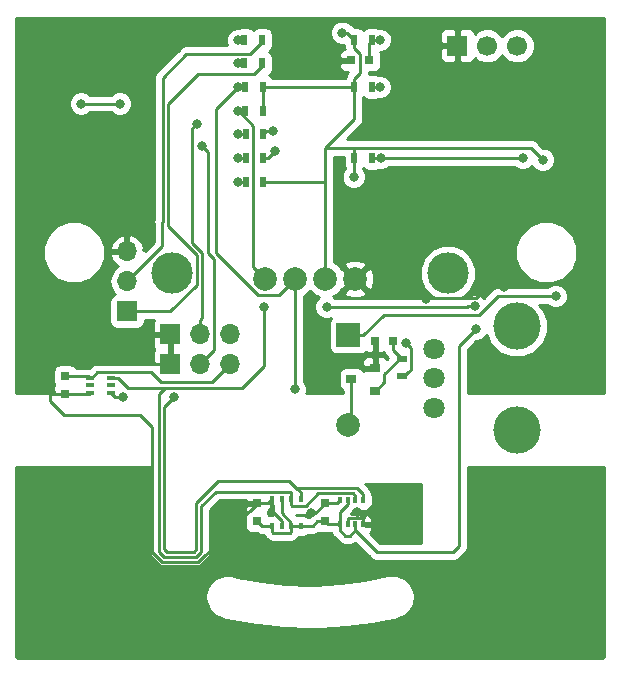
<source format=gbr>
G04 #@! TF.GenerationSoftware,KiCad,Pcbnew,6.0.0-rc1-unknown-59b0f55~66~ubuntu18.04.1*
G04 #@! TF.CreationDate,2018-12-02T19:59:02+01:00
G04 #@! TF.ProjectId,RoomUnit,526f6f6d-556e-4697-942e-6b696361645f,rev?*
G04 #@! TF.SameCoordinates,Original*
G04 #@! TF.FileFunction,Copper,L1,Top*
G04 #@! TF.FilePolarity,Positive*
%FSLAX46Y46*%
G04 Gerber Fmt 4.6, Leading zero omitted, Abs format (unit mm)*
G04 Created by KiCad (PCBNEW 6.0.0-rc1-unknown-59b0f55~66~ubuntu18.04.1) date So 02 Dez 2018 19:59:02 CET*
%MOMM*%
%LPD*%
G01*
G04 APERTURE LIST*
G04 #@! TA.AperFunction,SMDPad,CuDef*
%ADD10R,0.500000X0.900000*%
G04 #@! TD*
G04 #@! TA.AperFunction,ComponentPad*
%ADD11R,1.700000X1.700000*%
G04 #@! TD*
G04 #@! TA.AperFunction,ComponentPad*
%ADD12O,1.700000X1.700000*%
G04 #@! TD*
G04 #@! TA.AperFunction,SMDPad,CuDef*
%ADD13R,0.800000X0.750000*%
G04 #@! TD*
G04 #@! TA.AperFunction,WasherPad*
%ADD14C,3.500000*%
G04 #@! TD*
G04 #@! TA.AperFunction,ComponentPad*
%ADD15C,2.000000*%
G04 #@! TD*
G04 #@! TA.AperFunction,SMDPad,CuDef*
%ADD16R,0.350000X0.500000*%
G04 #@! TD*
G04 #@! TA.AperFunction,SMDPad,CuDef*
%ADD17R,0.400000X0.550000*%
G04 #@! TD*
G04 #@! TA.AperFunction,SMDPad,CuDef*
%ADD18R,0.650000X0.300000*%
G04 #@! TD*
G04 #@! TA.AperFunction,ComponentPad*
%ADD19C,1.800000*%
G04 #@! TD*
G04 #@! TA.AperFunction,WasherPad*
%ADD20C,4.000000*%
G04 #@! TD*
G04 #@! TA.AperFunction,SMDPad,CuDef*
%ADD21R,0.900000X0.500000*%
G04 #@! TD*
G04 #@! TA.AperFunction,SMDPad,CuDef*
%ADD22R,0.900000X0.800000*%
G04 #@! TD*
G04 #@! TA.AperFunction,ComponentPad*
%ADD23C,1.700000*%
G04 #@! TD*
G04 #@! TA.AperFunction,SMDPad,CuDef*
%ADD24R,0.750000X0.800000*%
G04 #@! TD*
G04 #@! TA.AperFunction,ComponentPad*
%ADD25R,2.000000X2.000000*%
G04 #@! TD*
G04 #@! TA.AperFunction,ViaPad*
%ADD26C,0.800000*%
G04 #@! TD*
G04 #@! TA.AperFunction,Conductor*
%ADD27C,0.250000*%
G04 #@! TD*
G04 #@! TA.AperFunction,Conductor*
%ADD28C,0.254000*%
G04 #@! TD*
G04 APERTURE END LIST*
D10*
G04 #@! TO.P,R16,1*
G04 #@! TO.N,/RxD*
X144450000Y-84000000D03*
G04 #@! TO.P,R16,2*
G04 #@! TO.N,Net-(J4-Pad1)*
X145950000Y-84000000D03*
G04 #@! TD*
G04 #@! TO.P,R15,1*
G04 #@! TO.N,/TxD*
X144450000Y-82000000D03*
G04 #@! TO.P,R15,2*
G04 #@! TO.N,Net-(J4-Pad2)*
X145950000Y-82000000D03*
G04 #@! TD*
D11*
G04 #@! TO.P,J4,1*
G04 #@! TO.N,Net-(J4-Pad1)*
X134500000Y-105000000D03*
D12*
G04 #@! TO.P,J4,2*
G04 #@! TO.N,Net-(J4-Pad2)*
X134500000Y-102460000D03*
G04 #@! TO.P,J4,3*
G04 #@! TO.N,GND*
X134500000Y-99920000D03*
G04 #@! TD*
D10*
G04 #@! TO.P,R14,1*
G04 #@! TO.N,+3V3*
X146000000Y-86000000D03*
G04 #@! TO.P,R14,2*
G04 #@! TO.N,/SCL*
X144500000Y-86000000D03*
G04 #@! TD*
G04 #@! TO.P,R13,1*
G04 #@! TO.N,/SDA*
X144500000Y-88000000D03*
G04 #@! TO.P,R13,2*
G04 #@! TO.N,+3V3*
X146000000Y-88000000D03*
G04 #@! TD*
D13*
G04 #@! TO.P,C11,2*
G04 #@! TO.N,GND*
X155500000Y-107500000D03*
G04 #@! TO.P,C11,1*
G04 #@! TO.N,Net-(C11-Pad1)*
X157000000Y-107500000D03*
G04 #@! TD*
D14*
G04 #@! TO.P,U4,*
G04 #@! TO.N,*
X161650000Y-101750000D03*
X138350000Y-101750000D03*
D15*
G04 #@! TO.P,U4,4*
G04 #@! TO.N,/SDA*
X146190000Y-102250000D03*
G04 #@! TO.P,U4,3*
G04 #@! TO.N,/SCL*
X148730000Y-102250000D03*
G04 #@! TO.P,U4,2*
G04 #@! TO.N,+3V3*
X151270000Y-102250000D03*
G04 #@! TO.P,U4,1*
G04 #@! TO.N,GND*
X153810000Y-102250000D03*
G04 #@! TD*
D16*
G04 #@! TO.P,U7,4*
G04 #@! TO.N,/SCL*
X154475000Y-120975000D03*
G04 #@! TO.P,U7,3*
G04 #@! TO.N,/SDA*
X153825000Y-120975000D03*
G04 #@! TO.P,U7,2*
G04 #@! TO.N,+3V3*
X153175000Y-120975000D03*
G04 #@! TO.P,U7,1*
G04 #@! TO.N,GND*
X152525000Y-120975000D03*
G04 #@! TO.P,U7,8*
G04 #@! TO.N,+3V3*
X152525000Y-123025000D03*
G04 #@! TO.P,U7,7*
G04 #@! TO.N,GND*
X153175000Y-123025000D03*
G04 #@! TO.P,U7,6*
G04 #@! TO.N,+3V3*
X153825000Y-123025000D03*
G04 #@! TO.P,U7,5*
G04 #@! TO.N,GND*
X154475000Y-123025000D03*
G04 #@! TD*
D17*
G04 #@! TO.P,U6,8*
G04 #@! TO.N,+3V3*
X146800000Y-123150000D03*
G04 #@! TO.P,U6,7*
G04 #@! TO.N,GND*
X147600000Y-123150000D03*
G04 #@! TO.P,U6,6*
G04 #@! TO.N,+3V3*
X148400000Y-123150000D03*
G04 #@! TO.P,U6,5*
X149200000Y-123150000D03*
G04 #@! TO.P,U6,4*
G04 #@! TO.N,/SCL*
X149200000Y-120850000D03*
G04 #@! TO.P,U6,3*
G04 #@! TO.N,/SDA*
X148400000Y-120850000D03*
G04 #@! TO.P,U6,2*
G04 #@! TO.N,+3V3*
X147600000Y-120850000D03*
G04 #@! TO.P,U6,1*
G04 #@! TO.N,GND*
X146800000Y-120850000D03*
G04 #@! TD*
D18*
G04 #@! TO.P,U5,1*
G04 #@! TO.N,+3V3*
X131350000Y-110600000D03*
G04 #@! TO.P,U5,2*
G04 #@! TO.N,N/C*
X131350000Y-111250000D03*
G04 #@! TO.P,U5,3*
G04 #@! TO.N,GND*
X131350000Y-111900000D03*
G04 #@! TO.P,U5,4*
G04 #@! TO.N,/SCL*
X133150000Y-111900000D03*
G04 #@! TO.P,U5,5*
G04 #@! TO.N,N/C*
X133150000Y-111250000D03*
G04 #@! TO.P,U5,6*
G04 #@! TO.N,/SDA*
X133150000Y-110600000D03*
G04 #@! TD*
D19*
G04 #@! TO.P,RV1,3*
G04 #@! TO.N,Net-(R1-Pad1)*
X160500000Y-108150000D03*
G04 #@! TO.P,RV1,2*
G04 #@! TO.N,/ADC*
X160500000Y-110650000D03*
G04 #@! TO.P,RV1,1*
G04 #@! TO.N,GND*
X160500000Y-113150000D03*
D20*
G04 #@! TO.P,RV1,0*
G04 #@! TO.N,*
X167500000Y-106250000D03*
X167500000Y-115050000D03*
G04 #@! TD*
D21*
G04 #@! TO.P,R12,1*
G04 #@! TO.N,Net-(C11-Pad1)*
X157750000Y-109000000D03*
G04 #@! TO.P,R12,2*
G04 #@! TO.N,/BUZZ*
X157750000Y-110500000D03*
G04 #@! TD*
D10*
G04 #@! TO.P,R9,1*
G04 #@! TO.N,/GPIO2*
X144550000Y-92000000D03*
G04 #@! TO.P,R9,2*
G04 #@! TO.N,Net-(J2-Pad2)*
X146050000Y-92000000D03*
G04 #@! TD*
G04 #@! TO.P,R8,1*
G04 #@! TO.N,/GPIO0*
X144550000Y-90000000D03*
G04 #@! TO.P,R8,2*
G04 #@! TO.N,Net-(J1-Pad2)*
X146050000Y-90000000D03*
G04 #@! TD*
G04 #@! TO.P,R7,1*
G04 #@! TO.N,/CH_PD*
X155250000Y-86000000D03*
G04 #@! TO.P,R7,2*
G04 #@! TO.N,+3V3*
X153750000Y-86000000D03*
G04 #@! TD*
G04 #@! TO.P,R6,1*
G04 #@! TO.N,/GPIO15*
X144550000Y-94000000D03*
G04 #@! TO.P,R6,2*
G04 #@! TO.N,+3V3*
X146050000Y-94000000D03*
G04 #@! TD*
G04 #@! TO.P,R5,1*
G04 #@! TO.N,/RST*
X155250000Y-82000000D03*
G04 #@! TO.P,R5,2*
G04 #@! TO.N,+3V3*
X153750000Y-82000000D03*
G04 #@! TD*
G04 #@! TO.P,R3,1*
G04 #@! TO.N,+3V3*
X153750000Y-92000000D03*
G04 #@! TO.P,R3,2*
G04 #@! TO.N,/OW_DATA_33*
X155250000Y-92000000D03*
G04 #@! TD*
D22*
G04 #@! TO.P,Q1,1*
G04 #@! TO.N,Net-(C11-Pad1)*
X155500000Y-111700000D03*
G04 #@! TO.P,Q1,2*
G04 #@! TO.N,GND*
X155500000Y-109800000D03*
G04 #@! TO.P,Q1,3*
G04 #@! TO.N,Net-(BZ1-Pad2)*
X153500000Y-110750000D03*
G04 #@! TD*
D23*
G04 #@! TO.P,J3,3*
G04 #@! TO.N,+5V*
X167540000Y-82500000D03*
G04 #@! TO.P,J3,2*
G04 #@! TO.N,/OW_DATA*
X165000000Y-82500000D03*
D11*
G04 #@! TO.P,J3,1*
G04 #@! TO.N,GND*
X162460000Y-82500000D03*
G04 #@! TD*
G04 #@! TO.P,J2,1*
G04 #@! TO.N,GND*
X138152840Y-109475547D03*
D12*
G04 #@! TO.P,J2,2*
G04 #@! TO.N,Net-(J2-Pad2)*
X140692840Y-109475547D03*
G04 #@! TO.P,J2,3*
G04 #@! TO.N,+3V3*
X143232840Y-109475547D03*
G04 #@! TD*
D11*
G04 #@! TO.P,J1,1*
G04 #@! TO.N,GND*
X138152840Y-106935547D03*
D12*
G04 #@! TO.P,J1,2*
G04 #@! TO.N,Net-(J1-Pad2)*
X140692840Y-106935547D03*
G04 #@! TO.P,J1,3*
G04 #@! TO.N,+3V3*
X143232840Y-106935547D03*
G04 #@! TD*
D24*
G04 #@! TO.P,C10,2*
G04 #@! TO.N,GND*
X151250000Y-121250000D03*
G04 #@! TO.P,C10,1*
G04 #@! TO.N,+3V3*
X151250000Y-122750000D03*
G04 #@! TD*
G04 #@! TO.P,C9,2*
G04 #@! TO.N,GND*
X145500000Y-121250000D03*
G04 #@! TO.P,C9,1*
G04 #@! TO.N,+3V3*
X145500000Y-122750000D03*
G04 #@! TD*
G04 #@! TO.P,C8,2*
G04 #@! TO.N,GND*
X129250000Y-112000000D03*
G04 #@! TO.P,C8,1*
G04 #@! TO.N,+3V3*
X129250000Y-110500000D03*
G04 #@! TD*
D13*
G04 #@! TO.P,C2,2*
G04 #@! TO.N,/RST*
X155000000Y-83750000D03*
G04 #@! TO.P,C2,1*
G04 #@! TO.N,GND*
X153500000Y-83750000D03*
G04 #@! TD*
D25*
G04 #@! TO.P,BZ1,1*
G04 #@! TO.N,+5V*
X153250000Y-107000000D03*
D15*
G04 #@! TO.P,BZ1,2*
G04 #@! TO.N,Net-(BZ1-Pad2)*
X153250000Y-114600000D03*
G04 #@! TD*
D26*
G04 #@! TO.N,+5V*
X170800000Y-103700000D03*
G04 #@! TO.N,GND*
X144125000Y-122000000D03*
X166400000Y-102900000D03*
X150044348Y-122064751D03*
X159825010Y-103926327D03*
X150600000Y-109400000D03*
X170000000Y-110000000D03*
X130000000Y-105000000D03*
X154000000Y-122000000D03*
G04 #@! TO.N,/RST*
X155900000Y-82000000D03*
G04 #@! TO.N,+3V3*
X169700000Y-92155000D03*
X152700000Y-81400000D03*
X153700000Y-93600000D03*
X151400000Y-104600000D03*
X163978071Y-104550011D03*
X164029842Y-106500000D03*
X130600000Y-87400000D03*
X133900000Y-87400000D03*
G04 #@! TO.N,Net-(J1-Pad2)*
X140400000Y-89100000D03*
X146900000Y-89700000D03*
G04 #@! TO.N,Net-(J2-Pad2)*
X140818335Y-91000001D03*
X147000000Y-91400000D03*
G04 #@! TO.N,/OW_DATA_33*
X156000000Y-92000000D03*
X168000000Y-92000000D03*
G04 #@! TO.N,/GPIO15*
X143900000Y-94000000D03*
G04 #@! TO.N,/CH_PD*
X155900000Y-86000000D03*
G04 #@! TO.N,/GPIO0*
X143900000Y-90000000D03*
G04 #@! TO.N,/GPIO2*
X143900000Y-92000000D03*
G04 #@! TO.N,/BUZZ*
X158099978Y-107700000D03*
G04 #@! TO.N,/SDA*
X143900000Y-88000000D03*
X146100000Y-104600000D03*
G04 #@! TO.N,/SCL*
X143900000Y-86000000D03*
X148700000Y-111600000D03*
X134200000Y-112200000D03*
X138500000Y-112200000D03*
G04 #@! TO.N,/RxD*
X143900000Y-83950009D03*
G04 #@! TO.N,/TxD*
X143900000Y-82000000D03*
G04 #@! TD*
D27*
G04 #@! TO.N,+5V*
X165901086Y-103700000D02*
X170800000Y-103700000D01*
X164326073Y-105275013D02*
X165901086Y-103700000D01*
X156224987Y-105275013D02*
X164326073Y-105275013D01*
X154500000Y-107000000D02*
X156224987Y-105275013D01*
X153250000Y-107000000D02*
X154500000Y-107000000D01*
G04 #@! TO.N,Net-(BZ1-Pad2)*
X153500000Y-114350000D02*
X153250000Y-114600000D01*
X153500000Y-110750000D02*
X153500000Y-114350000D01*
G04 #@! TO.N,GND*
X131250000Y-112000000D02*
X131350000Y-111900000D01*
X129250000Y-112000000D02*
X131250000Y-112000000D01*
X146400000Y-121250000D02*
X146800000Y-120850000D01*
X145500000Y-121250000D02*
X146400000Y-121250000D01*
X152250000Y-121250000D02*
X152525000Y-120975000D01*
X151250000Y-121250000D02*
X152250000Y-121250000D01*
X153175000Y-122525000D02*
X153175000Y-123025000D01*
X153250001Y-122449999D02*
X153175000Y-122525000D01*
X154475000Y-122525000D02*
X154399999Y-122449999D01*
X154475000Y-123025000D02*
X154475000Y-122525000D01*
X146800000Y-121926408D02*
X146800000Y-120850000D01*
X147600000Y-123150000D02*
X147600000Y-122726408D01*
X147600000Y-122726408D02*
X146800000Y-121926408D01*
X138152840Y-109475547D02*
X138152840Y-106935547D01*
X155385001Y-103825001D02*
X164074999Y-103825001D01*
X153810000Y-102250000D02*
X155385001Y-103825001D01*
X164074999Y-103825001D02*
X165000000Y-102900000D01*
X165000000Y-102900000D02*
X166400000Y-102900000D01*
X150460249Y-122064751D02*
X150044348Y-122064751D01*
X151250000Y-121275000D02*
X150460249Y-122064751D01*
X151250000Y-121250000D02*
X151250000Y-121275000D01*
X128200000Y-109475547D02*
X138152840Y-109475547D01*
X145500000Y-121250000D02*
X145500000Y-121275000D01*
X128000000Y-109675547D02*
X128200000Y-109475547D01*
X145500000Y-121275000D02*
X140524968Y-126250032D01*
X129250000Y-112000000D02*
X128000000Y-112000000D01*
X128000000Y-112000000D02*
X128000000Y-109675547D01*
X137482220Y-126250028D02*
X136600000Y-125367808D01*
X137600000Y-126250030D02*
X137482220Y-126250028D01*
X137600000Y-126250032D02*
X137600000Y-126250030D01*
X136600000Y-125367808D02*
X136600000Y-114800000D01*
X136600000Y-114800000D02*
X135600000Y-113800000D01*
X129200000Y-113800000D02*
X128000000Y-112600000D01*
X135600000Y-113800000D02*
X129200000Y-113800000D01*
X128000000Y-112600000D02*
X128000000Y-112000000D01*
X140524968Y-126250032D02*
X137600000Y-126250032D01*
X155500000Y-108600000D02*
X151400000Y-108600000D01*
X155500000Y-107500000D02*
X155500000Y-108600000D01*
X155500000Y-108600000D02*
X155500000Y-109800000D01*
X151400000Y-108600000D02*
X150600000Y-109400000D01*
X154000000Y-122449999D02*
X154000000Y-122000000D01*
X154399999Y-122449999D02*
X154000000Y-122449999D01*
X154000000Y-122449999D02*
X153250001Y-122449999D01*
G04 #@! TO.N,/RST*
X155900000Y-82000000D02*
X155250000Y-82000000D01*
X155000000Y-82250000D02*
X155250000Y-82000000D01*
X155000000Y-83750000D02*
X155000000Y-82250000D01*
G04 #@! TO.N,+3V3*
X131250000Y-110500000D02*
X131350000Y-110600000D01*
X129250000Y-110500000D02*
X131250000Y-110500000D01*
X136517290Y-110124999D02*
X137392291Y-111000000D01*
X131350000Y-110600000D02*
X131525000Y-110600000D01*
X132000001Y-110124999D02*
X136517290Y-110124999D01*
X131525000Y-110600000D02*
X132000001Y-110124999D01*
X141708387Y-111000000D02*
X143232840Y-109475547D01*
X137392291Y-111000000D02*
X141708387Y-111000000D01*
X153825000Y-123525000D02*
X153350000Y-124000000D01*
X153825000Y-123025000D02*
X153825000Y-123525000D01*
X153000000Y-124000000D02*
X152525000Y-123525000D01*
X152525000Y-123525000D02*
X152525000Y-123025000D01*
X153350000Y-124000000D02*
X153000000Y-124000000D01*
X151525000Y-123025000D02*
X151250000Y-122750000D01*
X152525000Y-123025000D02*
X151525000Y-123025000D01*
X149200000Y-123150000D02*
X148400000Y-123150000D01*
X148324999Y-123750001D02*
X146875001Y-123750001D01*
X146800000Y-123675000D02*
X146800000Y-123150000D01*
X148400000Y-123675000D02*
X148324999Y-123750001D01*
X146875001Y-123750001D02*
X146800000Y-123675000D01*
X148400000Y-123150000D02*
X148400000Y-123675000D01*
X145900000Y-123150000D02*
X145500000Y-122750000D01*
X146800000Y-123150000D02*
X145900000Y-123150000D01*
X153175000Y-121335002D02*
X153175000Y-120975000D01*
X152525000Y-121985002D02*
X153175000Y-121335002D01*
X152525000Y-123025000D02*
X152525000Y-121985002D01*
X148400000Y-122889998D02*
X148400000Y-123150000D01*
X147600000Y-122089998D02*
X148400000Y-122889998D01*
X147600000Y-120850000D02*
X147600000Y-122089998D01*
X154225001Y-83175001D02*
X153750000Y-82700000D01*
X153750000Y-82700000D02*
X153750000Y-82000000D01*
X154225001Y-84824999D02*
X154225001Y-83175001D01*
X153750000Y-85300000D02*
X154225001Y-84824999D01*
X153750000Y-86000000D02*
X153750000Y-85300000D01*
X146000000Y-86000000D02*
X146000000Y-88000000D01*
X146000000Y-86000000D02*
X153750000Y-86000000D01*
X146000000Y-85800000D02*
X146000000Y-86000000D01*
X153750000Y-88699998D02*
X153750000Y-86000000D01*
X151274999Y-91174999D02*
X153750000Y-88699998D01*
X168719999Y-91174999D02*
X169700000Y-92155000D01*
X151270000Y-91179998D02*
X151274999Y-91174999D01*
X146050000Y-94000000D02*
X151270000Y-94000000D01*
X151270000Y-102250000D02*
X151270000Y-94000000D01*
X151270000Y-94000000D02*
X151270000Y-91179998D01*
X153150000Y-81400000D02*
X153750000Y-82000000D01*
X152700000Y-81400000D02*
X153150000Y-81400000D01*
X153750000Y-91224999D02*
X153700000Y-91174999D01*
X153750000Y-92000000D02*
X153750000Y-91224999D01*
X151274999Y-91174999D02*
X153700000Y-91174999D01*
X153700000Y-91174999D02*
X168719999Y-91174999D01*
X153700000Y-92050000D02*
X153750000Y-92000000D01*
X153700000Y-93600000D02*
X153700000Y-92050000D01*
X151250000Y-122750000D02*
X150625000Y-122750000D01*
X150625000Y-122750000D02*
X150225000Y-123150000D01*
X150225000Y-123150000D02*
X149200000Y-123150000D01*
X162144978Y-125350010D02*
X162600000Y-124894988D01*
X153825000Y-123525000D02*
X155650010Y-125350010D01*
X155650010Y-125350010D02*
X162144978Y-125350010D01*
X162600000Y-107929842D02*
X164029842Y-106500000D01*
X162600000Y-124894988D02*
X162600000Y-107929842D01*
X151965685Y-104600000D02*
X152017013Y-104651328D01*
X163311069Y-104651328D02*
X163412386Y-104550011D01*
X152017013Y-104651328D02*
X163311069Y-104651328D01*
X163412386Y-104550011D02*
X163978071Y-104550011D01*
X151400000Y-104600000D02*
X151965685Y-104600000D01*
X134000000Y-87400000D02*
X133900000Y-87400000D01*
X130600000Y-87400000D02*
X133900000Y-87400000D01*
G04 #@! TO.N,Net-(J1-Pad2)*
X146334315Y-89700000D02*
X146300000Y-89734315D01*
X146900000Y-89700000D02*
X146334315Y-89700000D01*
X146300000Y-89750000D02*
X146050000Y-90000000D01*
X146300000Y-89734315D02*
X146300000Y-89750000D01*
X140692840Y-105733466D02*
X140875012Y-105551294D01*
X140692840Y-106935547D02*
X140692840Y-105733466D01*
X140875012Y-105551294D02*
X140875012Y-100038601D01*
X140875012Y-100038601D02*
X140000001Y-99163591D01*
X140000001Y-99163591D02*
X140000001Y-89499999D01*
X140000001Y-89499999D02*
X140400000Y-89100000D01*
G04 #@! TO.N,Net-(J2-Pad2)*
X147000000Y-91400000D02*
X146400000Y-92000000D01*
X146400000Y-92000000D02*
X146050000Y-92000000D01*
X141325023Y-91506689D02*
X140818335Y-91000001D01*
X141325023Y-100052201D02*
X141325023Y-91506689D01*
X141867841Y-100595019D02*
X141325023Y-100052201D01*
X141867841Y-108300546D02*
X141867841Y-100595019D01*
X140692840Y-109475547D02*
X141867841Y-108300546D01*
G04 #@! TO.N,/OW_DATA_33*
X156000000Y-92000000D02*
X155250000Y-92000000D01*
X156000000Y-92000000D02*
X168000000Y-92000000D01*
G04 #@! TO.N,/GPIO15*
X143900000Y-94000000D02*
X144550000Y-94000000D01*
G04 #@! TO.N,/CH_PD*
X155250000Y-86000000D02*
X155900000Y-86000000D01*
G04 #@! TO.N,/GPIO0*
X144550000Y-90000000D02*
X143900000Y-90000000D01*
G04 #@! TO.N,/GPIO2*
X143900000Y-92000000D02*
X144550000Y-92000000D01*
G04 #@! TO.N,/BUZZ*
X158525001Y-108125023D02*
X158099978Y-107700000D01*
X158525001Y-109924999D02*
X158525001Y-108125023D01*
X158525001Y-109924999D02*
X157750000Y-110500000D01*
X157950000Y-110500000D02*
X158525001Y-109924999D01*
X157750000Y-110500000D02*
X157950000Y-110500000D01*
G04 #@! TO.N,/SDA*
X144500000Y-88000000D02*
X143900000Y-88000000D01*
X133725000Y-110600000D02*
X134625000Y-111500000D01*
X133150000Y-110600000D02*
X133725000Y-110600000D01*
X146190000Y-102250000D02*
X145190001Y-101250001D01*
X145190001Y-89290001D02*
X144299999Y-88399999D01*
X145190001Y-101250001D02*
X145190001Y-89290001D01*
X144299999Y-88399999D02*
X143900000Y-88000000D01*
X134625000Y-111500000D02*
X137700000Y-111500000D01*
X148400000Y-120325000D02*
X148324999Y-120249999D01*
X148324999Y-120249999D02*
X142050001Y-120249999D01*
X137668622Y-125800021D02*
X137199979Y-125331378D01*
X140800021Y-121499979D02*
X140800021Y-125331378D01*
X142050001Y-120249999D02*
X140800021Y-121499979D01*
X137700000Y-111500000D02*
X137725002Y-111474998D01*
X137199979Y-125331378D02*
X137199979Y-112000021D01*
X148400000Y-120850000D02*
X148400000Y-120325000D01*
X140331378Y-125800021D02*
X137668622Y-125800021D01*
X137725002Y-111474998D02*
X144225002Y-111474998D01*
X146100000Y-109600000D02*
X146100000Y-104600000D01*
X144225002Y-111474998D02*
X146100000Y-109600000D01*
X137199979Y-112000021D02*
X137700000Y-111500000D01*
X140800021Y-125331378D02*
X140331378Y-125800021D01*
X148400000Y-121375000D02*
X148400000Y-120850000D01*
X149660001Y-121450001D02*
X148475001Y-121450001D01*
X153610001Y-120399999D02*
X150710003Y-120399999D01*
X148475001Y-121450001D02*
X148400000Y-121375000D01*
X150710003Y-120399999D02*
X149660001Y-121450001D01*
X153825000Y-120975000D02*
X153825000Y-120614998D01*
X153825000Y-120614998D02*
X153610001Y-120399999D01*
G04 #@! TO.N,/SCL*
X143900000Y-86000000D02*
X144500000Y-86000000D01*
X142050011Y-87849989D02*
X143900000Y-86000000D01*
X145553999Y-103575001D02*
X142050011Y-100071013D01*
X147404999Y-103575001D02*
X145553999Y-103575001D01*
X148730000Y-102250000D02*
X147404999Y-103575001D01*
X142050011Y-100071013D02*
X142050011Y-87849989D01*
X148730000Y-102250000D02*
X148730000Y-111570000D01*
X148730000Y-111570000D02*
X148700000Y-111600000D01*
X133450000Y-112200000D02*
X133150000Y-111900000D01*
X134200000Y-112200000D02*
X133450000Y-112200000D01*
X137649990Y-113050010D02*
X138500000Y-112200000D01*
X137649990Y-125144978D02*
X137649990Y-113050010D01*
X137855022Y-125350010D02*
X137649990Y-125144978D01*
X140144978Y-125350010D02*
X137855022Y-125350010D01*
X140350010Y-125144978D02*
X140144978Y-125350010D01*
X149200000Y-120850000D02*
X149200000Y-120325000D01*
X149200000Y-120325000D02*
X148900000Y-120025000D01*
X148900000Y-120025000D02*
X148225010Y-119350010D01*
X140350010Y-121200000D02*
X142200000Y-119350010D01*
X148225010Y-119350010D02*
X142200000Y-119350010D01*
X140350010Y-121200000D02*
X140350010Y-125144978D01*
X154475000Y-120975000D02*
X154475000Y-120475000D01*
X148975012Y-119949988D02*
X148900000Y-120025000D01*
X154475000Y-120475000D02*
X153949988Y-119949988D01*
X153949988Y-119949988D02*
X148975012Y-119949988D01*
G04 #@! TO.N,Net-(C11-Pad1)*
X157000000Y-108250000D02*
X157750000Y-109000000D01*
X157000000Y-107500000D02*
X157000000Y-108250000D01*
X157600000Y-109000000D02*
X157750000Y-109000000D01*
X156275001Y-110324999D02*
X157600000Y-109000000D01*
X155550000Y-111700000D02*
X156275001Y-110974999D01*
X156275001Y-110974999D02*
X156275001Y-110324999D01*
X155500000Y-111700000D02*
X155550000Y-111700000D01*
G04 #@! TO.N,/RxD*
X143949991Y-84000000D02*
X143900000Y-83950009D01*
X144450000Y-84000000D02*
X143949991Y-84000000D01*
G04 #@! TO.N,/TxD*
X144450000Y-82000000D02*
X143900000Y-82000000D01*
G04 #@! TO.N,Net-(J4-Pad1)*
X138000000Y-97800000D02*
X138000000Y-87400000D01*
X138000000Y-87400000D02*
X140500000Y-84900000D01*
X145950000Y-84200000D02*
X145950000Y-84000000D01*
X145250000Y-84900000D02*
X145950000Y-84200000D01*
X140500000Y-84900000D02*
X145250000Y-84900000D01*
X134500000Y-105000000D02*
X138171002Y-105000000D01*
X140425001Y-102746001D02*
X140425001Y-100225001D01*
X138171002Y-105000000D02*
X140425001Y-102746001D01*
X140425001Y-100225001D02*
X138000000Y-97800000D01*
G04 #@! TO.N,Net-(J4-Pad2)*
X145950000Y-82000000D02*
X145950000Y-82200000D01*
X145950000Y-82200000D02*
X144925001Y-83224999D01*
X144925001Y-83224999D02*
X139538590Y-83224999D01*
X137549989Y-85213600D02*
X137549989Y-97410011D01*
X139538590Y-83224999D02*
X137549989Y-85213600D01*
X134500000Y-102460000D02*
X137500000Y-99460000D01*
X137500000Y-97460000D02*
X137549989Y-97410011D01*
X137500000Y-99460000D02*
X137500000Y-97460000D01*
G04 #@! TD*
D28*
G04 #@! TO.N,GND*
G36*
X136447979Y-125257319D02*
X136433248Y-125331378D01*
X136447979Y-125405437D01*
X136447979Y-125405440D01*
X136491611Y-125624793D01*
X136657818Y-125873539D01*
X136720608Y-125915494D01*
X137084507Y-126279394D01*
X137126461Y-126342182D01*
X137375206Y-126508389D01*
X137594559Y-126552021D01*
X137594562Y-126552021D01*
X137668621Y-126566752D01*
X137742680Y-126552021D01*
X140257319Y-126552021D01*
X140331378Y-126566752D01*
X140405437Y-126552021D01*
X140405441Y-126552021D01*
X140624794Y-126508389D01*
X140873539Y-126342182D01*
X140915494Y-126279392D01*
X141279394Y-125915493D01*
X141342182Y-125873539D01*
X141508389Y-125624794D01*
X141552021Y-125405441D01*
X141552021Y-125405438D01*
X141566752Y-125331379D01*
X141552021Y-125257320D01*
X141552021Y-121811466D01*
X142361489Y-121001999D01*
X144527749Y-121001999D01*
X144648750Y-121123000D01*
X145373000Y-121123000D01*
X145373000Y-121103000D01*
X145627000Y-121103000D01*
X145627000Y-121123000D01*
X145647000Y-121123000D01*
X145647000Y-121377000D01*
X145627000Y-121377000D01*
X145627000Y-121397000D01*
X145373000Y-121397000D01*
X145373000Y-121377000D01*
X144648750Y-121377000D01*
X144490000Y-121535750D01*
X144490000Y-121776309D01*
X144586673Y-122009698D01*
X144593641Y-122016666D01*
X144534380Y-122105357D01*
X144485717Y-122350000D01*
X144485717Y-123150000D01*
X144534380Y-123394643D01*
X144672959Y-123602041D01*
X144880357Y-123740620D01*
X145125000Y-123789283D01*
X145503192Y-123789283D01*
X145606584Y-123858368D01*
X145825937Y-123902000D01*
X145825941Y-123902000D01*
X145899999Y-123916731D01*
X145974057Y-123902000D01*
X146078421Y-123902000D01*
X146091632Y-123968415D01*
X146257839Y-124217161D01*
X146302799Y-124247202D01*
X146332840Y-124292162D01*
X146581585Y-124458369D01*
X146800938Y-124502001D01*
X146800943Y-124502001D01*
X146875000Y-124516732D01*
X146949058Y-124502001D01*
X148250940Y-124502001D01*
X148324999Y-124516732D01*
X148399058Y-124502001D01*
X148399062Y-124502001D01*
X148618415Y-124458369D01*
X148867160Y-124292162D01*
X148897201Y-124247202D01*
X148942161Y-124217161D01*
X149044311Y-124064283D01*
X149400000Y-124064283D01*
X149644643Y-124015620D01*
X149814687Y-123902000D01*
X150150941Y-123902000D01*
X150225000Y-123916731D01*
X150299059Y-123902000D01*
X150299063Y-123902000D01*
X150518416Y-123858368D01*
X150679891Y-123750473D01*
X150875000Y-123789283D01*
X151512693Y-123789283D01*
X151525000Y-123791731D01*
X151537307Y-123789283D01*
X151625000Y-123789283D01*
X151686750Y-123777000D01*
X151808394Y-123777000D01*
X151816632Y-123818415D01*
X151982839Y-124067161D01*
X152045629Y-124109116D01*
X152415885Y-124479373D01*
X152457839Y-124542161D01*
X152706584Y-124708368D01*
X152925937Y-124752000D01*
X152925941Y-124752000D01*
X152999999Y-124766731D01*
X153074057Y-124752000D01*
X153275941Y-124752000D01*
X153350000Y-124766731D01*
X153424059Y-124752000D01*
X153424063Y-124752000D01*
X153643416Y-124708368D01*
X153824130Y-124587618D01*
X155065895Y-125829383D01*
X155107849Y-125892171D01*
X155356594Y-126058378D01*
X155575947Y-126102010D01*
X155575951Y-126102010D01*
X155650010Y-126116741D01*
X155724069Y-126102010D01*
X162070919Y-126102010D01*
X162144978Y-126116741D01*
X162219037Y-126102010D01*
X162219041Y-126102010D01*
X162438394Y-126058378D01*
X162687139Y-125892171D01*
X162729094Y-125829381D01*
X163079373Y-125479102D01*
X163142161Y-125437149D01*
X163308368Y-125188404D01*
X163352000Y-124969051D01*
X163352000Y-124969048D01*
X163366731Y-124894989D01*
X163352000Y-124820930D01*
X163352000Y-118127000D01*
X174873000Y-118127000D01*
X174873000Y-134240289D01*
X174740289Y-134373000D01*
X125259712Y-134373000D01*
X125127000Y-134240288D01*
X125127000Y-129165766D01*
X141126000Y-129165766D01*
X141175144Y-129597090D01*
X141175144Y-129597094D01*
X141236990Y-129805883D01*
X141430693Y-130194392D01*
X141560219Y-130369436D01*
X141875119Y-130668265D01*
X141897646Y-130683175D01*
X142056701Y-130788452D01*
X142454815Y-130961557D01*
X142456803Y-130962034D01*
X142482691Y-130972890D01*
X142524133Y-130986958D01*
X142566454Y-130998100D01*
X143364383Y-131178653D01*
X143379188Y-131181464D01*
X143393883Y-131184587D01*
X145541964Y-131563352D01*
X145585302Y-131569443D01*
X145585327Y-131569445D01*
X147754546Y-131797439D01*
X147754571Y-131797443D01*
X147795175Y-131800282D01*
X147798227Y-131800495D01*
X147798228Y-131800495D01*
X149978118Y-131876618D01*
X149993127Y-131876618D01*
X150008184Y-131876947D01*
X150823888Y-131866299D01*
X150838932Y-131865577D01*
X150853935Y-131865185D01*
X153031065Y-131732189D01*
X153031095Y-131732188D01*
X153074658Y-131727996D01*
X155237233Y-131443451D01*
X155237237Y-131443451D01*
X155246420Y-131441915D01*
X155280400Y-131436232D01*
X155280422Y-131436227D01*
X157417863Y-131001525D01*
X157460418Y-130991312D01*
X157502158Y-130978155D01*
X157542270Y-130962359D01*
X157542385Y-130962331D01*
X157542832Y-130962137D01*
X157542878Y-130962119D01*
X157542920Y-130962099D01*
X157940660Y-130789597D01*
X158122355Y-130669579D01*
X158437533Y-130371043D01*
X158490460Y-130299655D01*
X158567221Y-130196121D01*
X158761286Y-129807792D01*
X158823326Y-129599062D01*
X158872871Y-129167778D01*
X158859780Y-128950417D01*
X158859779Y-128950416D01*
X158758830Y-128528198D01*
X158758003Y-128526291D01*
X158672186Y-128328422D01*
X158432916Y-127966193D01*
X158352634Y-127881436D01*
X158283172Y-127808101D01*
X157934442Y-127549551D01*
X157934441Y-127549550D01*
X157739655Y-127452207D01*
X157323527Y-127328523D01*
X157318565Y-127327953D01*
X157107195Y-127303671D01*
X157107194Y-127303671D01*
X156673860Y-127329770D01*
X156673587Y-127329835D01*
X156672185Y-127329872D01*
X156626461Y-127334436D01*
X156587623Y-127341005D01*
X154544718Y-127752927D01*
X152499939Y-128011242D01*
X150432707Y-128119582D01*
X150009025Y-128122909D01*
X147940358Y-128047055D01*
X145891766Y-127820889D01*
X143856364Y-127443649D01*
X143430024Y-127344828D01*
X143384910Y-127336100D01*
X143339277Y-127330699D01*
X143328430Y-127330216D01*
X143326723Y-127329806D01*
X142893412Y-127303303D01*
X142893411Y-127303303D01*
X142677056Y-127327953D01*
X142260813Y-127451250D01*
X142065936Y-127548412D01*
X141716966Y-127806637D01*
X141642927Y-127884659D01*
X141567075Y-127964589D01*
X141327468Y-128326595D01*
X141327467Y-128326596D01*
X141281111Y-128433208D01*
X141242942Y-128520991D01*
X141240637Y-128526291D01*
X141139294Y-128948417D01*
X141126000Y-129165766D01*
X125127000Y-129165766D01*
X125127000Y-118127000D01*
X136447980Y-118127000D01*
X136447979Y-125257319D01*
X136447979Y-125257319D01*
G37*
X136447979Y-125257319D02*
X136433248Y-125331378D01*
X136447979Y-125405437D01*
X136447979Y-125405440D01*
X136491611Y-125624793D01*
X136657818Y-125873539D01*
X136720608Y-125915494D01*
X137084507Y-126279394D01*
X137126461Y-126342182D01*
X137375206Y-126508389D01*
X137594559Y-126552021D01*
X137594562Y-126552021D01*
X137668621Y-126566752D01*
X137742680Y-126552021D01*
X140257319Y-126552021D01*
X140331378Y-126566752D01*
X140405437Y-126552021D01*
X140405441Y-126552021D01*
X140624794Y-126508389D01*
X140873539Y-126342182D01*
X140915494Y-126279392D01*
X141279394Y-125915493D01*
X141342182Y-125873539D01*
X141508389Y-125624794D01*
X141552021Y-125405441D01*
X141552021Y-125405438D01*
X141566752Y-125331379D01*
X141552021Y-125257320D01*
X141552021Y-121811466D01*
X142361489Y-121001999D01*
X144527749Y-121001999D01*
X144648750Y-121123000D01*
X145373000Y-121123000D01*
X145373000Y-121103000D01*
X145627000Y-121103000D01*
X145627000Y-121123000D01*
X145647000Y-121123000D01*
X145647000Y-121377000D01*
X145627000Y-121377000D01*
X145627000Y-121397000D01*
X145373000Y-121397000D01*
X145373000Y-121377000D01*
X144648750Y-121377000D01*
X144490000Y-121535750D01*
X144490000Y-121776309D01*
X144586673Y-122009698D01*
X144593641Y-122016666D01*
X144534380Y-122105357D01*
X144485717Y-122350000D01*
X144485717Y-123150000D01*
X144534380Y-123394643D01*
X144672959Y-123602041D01*
X144880357Y-123740620D01*
X145125000Y-123789283D01*
X145503192Y-123789283D01*
X145606584Y-123858368D01*
X145825937Y-123902000D01*
X145825941Y-123902000D01*
X145899999Y-123916731D01*
X145974057Y-123902000D01*
X146078421Y-123902000D01*
X146091632Y-123968415D01*
X146257839Y-124217161D01*
X146302799Y-124247202D01*
X146332840Y-124292162D01*
X146581585Y-124458369D01*
X146800938Y-124502001D01*
X146800943Y-124502001D01*
X146875000Y-124516732D01*
X146949058Y-124502001D01*
X148250940Y-124502001D01*
X148324999Y-124516732D01*
X148399058Y-124502001D01*
X148399062Y-124502001D01*
X148618415Y-124458369D01*
X148867160Y-124292162D01*
X148897201Y-124247202D01*
X148942161Y-124217161D01*
X149044311Y-124064283D01*
X149400000Y-124064283D01*
X149644643Y-124015620D01*
X149814687Y-123902000D01*
X150150941Y-123902000D01*
X150225000Y-123916731D01*
X150299059Y-123902000D01*
X150299063Y-123902000D01*
X150518416Y-123858368D01*
X150679891Y-123750473D01*
X150875000Y-123789283D01*
X151512693Y-123789283D01*
X151525000Y-123791731D01*
X151537307Y-123789283D01*
X151625000Y-123789283D01*
X151686750Y-123777000D01*
X151808394Y-123777000D01*
X151816632Y-123818415D01*
X151982839Y-124067161D01*
X152045629Y-124109116D01*
X152415885Y-124479373D01*
X152457839Y-124542161D01*
X152706584Y-124708368D01*
X152925937Y-124752000D01*
X152925941Y-124752000D01*
X152999999Y-124766731D01*
X153074057Y-124752000D01*
X153275941Y-124752000D01*
X153350000Y-124766731D01*
X153424059Y-124752000D01*
X153424063Y-124752000D01*
X153643416Y-124708368D01*
X153824130Y-124587618D01*
X155065895Y-125829383D01*
X155107849Y-125892171D01*
X155356594Y-126058378D01*
X155575947Y-126102010D01*
X155575951Y-126102010D01*
X155650010Y-126116741D01*
X155724069Y-126102010D01*
X162070919Y-126102010D01*
X162144978Y-126116741D01*
X162219037Y-126102010D01*
X162219041Y-126102010D01*
X162438394Y-126058378D01*
X162687139Y-125892171D01*
X162729094Y-125829381D01*
X163079373Y-125479102D01*
X163142161Y-125437149D01*
X163308368Y-125188404D01*
X163352000Y-124969051D01*
X163352000Y-124969048D01*
X163366731Y-124894989D01*
X163352000Y-124820930D01*
X163352000Y-118127000D01*
X174873000Y-118127000D01*
X174873000Y-134240289D01*
X174740289Y-134373000D01*
X125259712Y-134373000D01*
X125127000Y-134240288D01*
X125127000Y-129165766D01*
X141126000Y-129165766D01*
X141175144Y-129597090D01*
X141175144Y-129597094D01*
X141236990Y-129805883D01*
X141430693Y-130194392D01*
X141560219Y-130369436D01*
X141875119Y-130668265D01*
X141897646Y-130683175D01*
X142056701Y-130788452D01*
X142454815Y-130961557D01*
X142456803Y-130962034D01*
X142482691Y-130972890D01*
X142524133Y-130986958D01*
X142566454Y-130998100D01*
X143364383Y-131178653D01*
X143379188Y-131181464D01*
X143393883Y-131184587D01*
X145541964Y-131563352D01*
X145585302Y-131569443D01*
X145585327Y-131569445D01*
X147754546Y-131797439D01*
X147754571Y-131797443D01*
X147795175Y-131800282D01*
X147798227Y-131800495D01*
X147798228Y-131800495D01*
X149978118Y-131876618D01*
X149993127Y-131876618D01*
X150008184Y-131876947D01*
X150823888Y-131866299D01*
X150838932Y-131865577D01*
X150853935Y-131865185D01*
X153031065Y-131732189D01*
X153031095Y-131732188D01*
X153074658Y-131727996D01*
X155237233Y-131443451D01*
X155237237Y-131443451D01*
X155246420Y-131441915D01*
X155280400Y-131436232D01*
X155280422Y-131436227D01*
X157417863Y-131001525D01*
X157460418Y-130991312D01*
X157502158Y-130978155D01*
X157542270Y-130962359D01*
X157542385Y-130962331D01*
X157542832Y-130962137D01*
X157542878Y-130962119D01*
X157542920Y-130962099D01*
X157940660Y-130789597D01*
X158122355Y-130669579D01*
X158437533Y-130371043D01*
X158490460Y-130299655D01*
X158567221Y-130196121D01*
X158761286Y-129807792D01*
X158823326Y-129599062D01*
X158872871Y-129167778D01*
X158859780Y-128950417D01*
X158859779Y-128950416D01*
X158758830Y-128528198D01*
X158758003Y-128526291D01*
X158672186Y-128328422D01*
X158432916Y-127966193D01*
X158352634Y-127881436D01*
X158283172Y-127808101D01*
X157934442Y-127549551D01*
X157934441Y-127549550D01*
X157739655Y-127452207D01*
X157323527Y-127328523D01*
X157318565Y-127327953D01*
X157107195Y-127303671D01*
X157107194Y-127303671D01*
X156673860Y-127329770D01*
X156673587Y-127329835D01*
X156672185Y-127329872D01*
X156626461Y-127334436D01*
X156587623Y-127341005D01*
X154544718Y-127752927D01*
X152499939Y-128011242D01*
X150432707Y-128119582D01*
X150009025Y-128122909D01*
X147940358Y-128047055D01*
X145891766Y-127820889D01*
X143856364Y-127443649D01*
X143430024Y-127344828D01*
X143384910Y-127336100D01*
X143339277Y-127330699D01*
X143328430Y-127330216D01*
X143326723Y-127329806D01*
X142893412Y-127303303D01*
X142893411Y-127303303D01*
X142677056Y-127327953D01*
X142260813Y-127451250D01*
X142065936Y-127548412D01*
X141716966Y-127806637D01*
X141642927Y-127884659D01*
X141567075Y-127964589D01*
X141327468Y-128326595D01*
X141327467Y-128326596D01*
X141281111Y-128433208D01*
X141242942Y-128520991D01*
X141240637Y-128526291D01*
X141139294Y-128948417D01*
X141126000Y-129165766D01*
X125127000Y-129165766D01*
X125127000Y-118127000D01*
X136447980Y-118127000D01*
X136447979Y-125257319D01*
G36*
X159373001Y-124598010D02*
X155961498Y-124598010D01*
X155093256Y-123729769D01*
X155188327Y-123634698D01*
X155285000Y-123401309D01*
X155285000Y-123308750D01*
X155126250Y-123150000D01*
X154639283Y-123150000D01*
X154639283Y-122900000D01*
X155126250Y-122900000D01*
X155285000Y-122741250D01*
X155285000Y-122648691D01*
X155188327Y-122415302D01*
X155009699Y-122236673D01*
X154776310Y-122140000D01*
X154721250Y-122140000D01*
X154562500Y-122298750D01*
X154562500Y-122488272D01*
X154452041Y-122322959D01*
X154330494Y-122241744D01*
X154228750Y-122140000D01*
X154173690Y-122140000D01*
X154124326Y-122160447D01*
X154000000Y-122135717D01*
X153650000Y-122135717D01*
X153525674Y-122160447D01*
X153476310Y-122140000D01*
X153433490Y-122140000D01*
X153654374Y-121919116D01*
X153717161Y-121877163D01*
X153725767Y-121864283D01*
X154000000Y-121864283D01*
X154150000Y-121834446D01*
X154300000Y-121864283D01*
X154650000Y-121864283D01*
X154894643Y-121815620D01*
X155102041Y-121677041D01*
X155240620Y-121469643D01*
X155289283Y-121225000D01*
X155289283Y-120725000D01*
X155240643Y-120480471D01*
X155241731Y-120474999D01*
X155227000Y-120400940D01*
X155227000Y-120400937D01*
X155183368Y-120181584D01*
X155017161Y-119932839D01*
X154954373Y-119890885D01*
X154690487Y-119627000D01*
X159373000Y-119627000D01*
X159373001Y-124598010D01*
X159373001Y-124598010D01*
G37*
X159373001Y-124598010D02*
X155961498Y-124598010D01*
X155093256Y-123729769D01*
X155188327Y-123634698D01*
X155285000Y-123401309D01*
X155285000Y-123308750D01*
X155126250Y-123150000D01*
X154639283Y-123150000D01*
X154639283Y-122900000D01*
X155126250Y-122900000D01*
X155285000Y-122741250D01*
X155285000Y-122648691D01*
X155188327Y-122415302D01*
X155009699Y-122236673D01*
X154776310Y-122140000D01*
X154721250Y-122140000D01*
X154562500Y-122298750D01*
X154562500Y-122488272D01*
X154452041Y-122322959D01*
X154330494Y-122241744D01*
X154228750Y-122140000D01*
X154173690Y-122140000D01*
X154124326Y-122160447D01*
X154000000Y-122135717D01*
X153650000Y-122135717D01*
X153525674Y-122160447D01*
X153476310Y-122140000D01*
X153433490Y-122140000D01*
X153654374Y-121919116D01*
X153717161Y-121877163D01*
X153725767Y-121864283D01*
X154000000Y-121864283D01*
X154150000Y-121834446D01*
X154300000Y-121864283D01*
X154650000Y-121864283D01*
X154894643Y-121815620D01*
X155102041Y-121677041D01*
X155240620Y-121469643D01*
X155289283Y-121225000D01*
X155289283Y-120725000D01*
X155240643Y-120480471D01*
X155241731Y-120474999D01*
X155227000Y-120400940D01*
X155227000Y-120400937D01*
X155183368Y-120181584D01*
X155017161Y-119932839D01*
X154954373Y-119890885D01*
X154690487Y-119627000D01*
X159373000Y-119627000D01*
X159373001Y-124598010D01*
G36*
X150336673Y-122009698D02*
X150343641Y-122016666D01*
X150323230Y-122047214D01*
X150082839Y-122207839D01*
X150040885Y-122270627D01*
X149913512Y-122398000D01*
X149814687Y-122398000D01*
X149644643Y-122284380D01*
X149400000Y-122235717D01*
X149000000Y-122235717D01*
X148840862Y-122267372D01*
X148775491Y-122202001D01*
X149585942Y-122202001D01*
X149660001Y-122216732D01*
X149734060Y-122202001D01*
X149734064Y-122202001D01*
X149953417Y-122158369D01*
X150202162Y-121992162D01*
X150244117Y-121929372D01*
X150286037Y-121887452D01*
X150336673Y-122009698D01*
X150336673Y-122009698D01*
G37*
X150336673Y-122009698D02*
X150343641Y-122016666D01*
X150323230Y-122047214D01*
X150082839Y-122207839D01*
X150040885Y-122270627D01*
X149913512Y-122398000D01*
X149814687Y-122398000D01*
X149644643Y-122284380D01*
X149400000Y-122235717D01*
X149000000Y-122235717D01*
X148840862Y-122267372D01*
X148775491Y-122202001D01*
X149585942Y-122202001D01*
X149660001Y-122216732D01*
X149734060Y-122202001D01*
X149734064Y-122202001D01*
X149953417Y-122158369D01*
X150202162Y-121992162D01*
X150244117Y-121929372D01*
X150286037Y-121887452D01*
X150336673Y-122009698D01*
G36*
X146760717Y-121125000D02*
X146809380Y-121369643D01*
X146848000Y-121427443D01*
X146848001Y-122015935D01*
X146833269Y-122089998D01*
X146862254Y-122235717D01*
X146600000Y-122235717D01*
X146495678Y-122256468D01*
X146465620Y-122105357D01*
X146406359Y-122016666D01*
X146413327Y-122009698D01*
X146510000Y-121776309D01*
X146510000Y-121760000D01*
X146541250Y-121760000D01*
X146700000Y-121601250D01*
X146700000Y-121001999D01*
X146760717Y-121001999D01*
X146760717Y-121125000D01*
X146760717Y-121125000D01*
G37*
X146760717Y-121125000D02*
X146809380Y-121369643D01*
X146848000Y-121427443D01*
X146848001Y-122015935D01*
X146833269Y-122089998D01*
X146862254Y-122235717D01*
X146600000Y-122235717D01*
X146495678Y-122256468D01*
X146465620Y-122105357D01*
X146406359Y-122016666D01*
X146413327Y-122009698D01*
X146510000Y-121776309D01*
X146510000Y-121760000D01*
X146541250Y-121760000D01*
X146700000Y-121601250D01*
X146700000Y-121001999D01*
X146760717Y-121001999D01*
X146760717Y-121125000D01*
G36*
X151397000Y-121377000D02*
X151377000Y-121377000D01*
X151377000Y-121397000D01*
X151123000Y-121397000D01*
X151123000Y-121377000D01*
X151103000Y-121377000D01*
X151103000Y-121151999D01*
X151397000Y-121151999D01*
X151397000Y-121377000D01*
X151397000Y-121377000D01*
G37*
X151397000Y-121377000D02*
X151377000Y-121377000D01*
X151377000Y-121397000D01*
X151123000Y-121397000D01*
X151123000Y-121377000D01*
X151103000Y-121377000D01*
X151103000Y-121151999D01*
X151397000Y-121151999D01*
X151397000Y-121377000D01*
G36*
X150348378Y-103629304D02*
X150751373Y-103796230D01*
X150529352Y-104018251D01*
X150373000Y-104395717D01*
X150373000Y-104804283D01*
X150529352Y-105181749D01*
X150818251Y-105470648D01*
X151195717Y-105627000D01*
X151604283Y-105627000D01*
X151802615Y-105544848D01*
X151797959Y-105547959D01*
X151659380Y-105755357D01*
X151610717Y-106000000D01*
X151610717Y-108000000D01*
X151659380Y-108244643D01*
X151797959Y-108452041D01*
X152005357Y-108590620D01*
X152250000Y-108639283D01*
X154250000Y-108639283D01*
X154494643Y-108590620D01*
X154702041Y-108452041D01*
X154732873Y-108405898D01*
X154740302Y-108413327D01*
X154973691Y-108510000D01*
X155214250Y-108510000D01*
X155373000Y-108351250D01*
X155373000Y-107627000D01*
X155353000Y-107627000D01*
X155353000Y-107373000D01*
X155373000Y-107373000D01*
X155373000Y-107353000D01*
X155627000Y-107353000D01*
X155627000Y-107373000D01*
X155647000Y-107373000D01*
X155647000Y-107627000D01*
X155627000Y-107627000D01*
X155627000Y-108351250D01*
X155785750Y-108510000D01*
X156026309Y-108510000D01*
X156259698Y-108413327D01*
X156264751Y-108408274D01*
X156265601Y-108412547D01*
X156291632Y-108543415D01*
X156415886Y-108729373D01*
X156457840Y-108792161D01*
X156520627Y-108834114D01*
X156611512Y-108924999D01*
X156490636Y-109045876D01*
X156488327Y-109040301D01*
X156309698Y-108861673D01*
X156076309Y-108765000D01*
X155785750Y-108765000D01*
X155627000Y-108923750D01*
X155627000Y-109673000D01*
X155647000Y-109673000D01*
X155647000Y-109911307D01*
X155636514Y-109927000D01*
X155627000Y-109927000D01*
X155627000Y-109941238D01*
X155623150Y-109947000D01*
X155373000Y-109947000D01*
X155373000Y-109927000D01*
X154573750Y-109927000D01*
X154482450Y-110018300D01*
X154402041Y-109897959D01*
X154194643Y-109759380D01*
X153950000Y-109710717D01*
X153050000Y-109710717D01*
X152805357Y-109759380D01*
X152597959Y-109897959D01*
X152459380Y-110105357D01*
X152410717Y-110350000D01*
X152410717Y-111150000D01*
X152459380Y-111394643D01*
X152597959Y-111602041D01*
X152748000Y-111702295D01*
X152748000Y-111873000D01*
X149698536Y-111873000D01*
X149727000Y-111804283D01*
X149727000Y-111395717D01*
X149570648Y-111018251D01*
X149482000Y-110929603D01*
X149482000Y-109273690D01*
X154415000Y-109273690D01*
X154415000Y-109514250D01*
X154573750Y-109673000D01*
X155373000Y-109673000D01*
X155373000Y-108923750D01*
X155214250Y-108765000D01*
X154923691Y-108765000D01*
X154690302Y-108861673D01*
X154511673Y-109040301D01*
X154415000Y-109273690D01*
X149482000Y-109273690D01*
X149482000Y-103699564D01*
X149651622Y-103629304D01*
X150000000Y-103280926D01*
X150348378Y-103629304D01*
X150348378Y-103629304D01*
G37*
X150348378Y-103629304D02*
X150751373Y-103796230D01*
X150529352Y-104018251D01*
X150373000Y-104395717D01*
X150373000Y-104804283D01*
X150529352Y-105181749D01*
X150818251Y-105470648D01*
X151195717Y-105627000D01*
X151604283Y-105627000D01*
X151802615Y-105544848D01*
X151797959Y-105547959D01*
X151659380Y-105755357D01*
X151610717Y-106000000D01*
X151610717Y-108000000D01*
X151659380Y-108244643D01*
X151797959Y-108452041D01*
X152005357Y-108590620D01*
X152250000Y-108639283D01*
X154250000Y-108639283D01*
X154494643Y-108590620D01*
X154702041Y-108452041D01*
X154732873Y-108405898D01*
X154740302Y-108413327D01*
X154973691Y-108510000D01*
X155214250Y-108510000D01*
X155373000Y-108351250D01*
X155373000Y-107627000D01*
X155353000Y-107627000D01*
X155353000Y-107373000D01*
X155373000Y-107373000D01*
X155373000Y-107353000D01*
X155627000Y-107353000D01*
X155627000Y-107373000D01*
X155647000Y-107373000D01*
X155647000Y-107627000D01*
X155627000Y-107627000D01*
X155627000Y-108351250D01*
X155785750Y-108510000D01*
X156026309Y-108510000D01*
X156259698Y-108413327D01*
X156264751Y-108408274D01*
X156265601Y-108412547D01*
X156291632Y-108543415D01*
X156415886Y-108729373D01*
X156457840Y-108792161D01*
X156520627Y-108834114D01*
X156611512Y-108924999D01*
X156490636Y-109045876D01*
X156488327Y-109040301D01*
X156309698Y-108861673D01*
X156076309Y-108765000D01*
X155785750Y-108765000D01*
X155627000Y-108923750D01*
X155627000Y-109673000D01*
X155647000Y-109673000D01*
X155647000Y-109911307D01*
X155636514Y-109927000D01*
X155627000Y-109927000D01*
X155627000Y-109941238D01*
X155623150Y-109947000D01*
X155373000Y-109947000D01*
X155373000Y-109927000D01*
X154573750Y-109927000D01*
X154482450Y-110018300D01*
X154402041Y-109897959D01*
X154194643Y-109759380D01*
X153950000Y-109710717D01*
X153050000Y-109710717D01*
X152805357Y-109759380D01*
X152597959Y-109897959D01*
X152459380Y-110105357D01*
X152410717Y-110350000D01*
X152410717Y-111150000D01*
X152459380Y-111394643D01*
X152597959Y-111602041D01*
X152748000Y-111702295D01*
X152748000Y-111873000D01*
X149698536Y-111873000D01*
X149727000Y-111804283D01*
X149727000Y-111395717D01*
X149570648Y-111018251D01*
X149482000Y-110929603D01*
X149482000Y-109273690D01*
X154415000Y-109273690D01*
X154415000Y-109514250D01*
X154573750Y-109673000D01*
X155373000Y-109673000D01*
X155373000Y-108923750D01*
X155214250Y-108765000D01*
X154923691Y-108765000D01*
X154690302Y-108861673D01*
X154511673Y-109040301D01*
X154415000Y-109273690D01*
X149482000Y-109273690D01*
X149482000Y-103699564D01*
X149651622Y-103629304D01*
X150000000Y-103280926D01*
X150348378Y-103629304D01*
G36*
X129377000Y-111873000D02*
X129123000Y-111873000D01*
X129123000Y-111853000D01*
X129377000Y-111853000D01*
X129377000Y-111873000D01*
X129377000Y-111873000D01*
G37*
X129377000Y-111873000D02*
X129123000Y-111873000D01*
X129123000Y-111853000D01*
X129377000Y-111853000D01*
X129377000Y-111873000D01*
G36*
X174873000Y-111873000D02*
X163352000Y-111873000D01*
X163352000Y-108241329D01*
X164066330Y-107527000D01*
X164234125Y-107527000D01*
X164611591Y-107370648D01*
X164900490Y-107081749D01*
X164950784Y-106960330D01*
X165272937Y-107738076D01*
X166011924Y-108477063D01*
X166977457Y-108877000D01*
X168022543Y-108877000D01*
X168988076Y-108477063D01*
X169727063Y-107738076D01*
X170127000Y-106772543D01*
X170127000Y-105727457D01*
X169727063Y-104761924D01*
X169417139Y-104452000D01*
X170099603Y-104452000D01*
X170218251Y-104570648D01*
X170595717Y-104727000D01*
X171004283Y-104727000D01*
X171381749Y-104570648D01*
X171670648Y-104281749D01*
X171827000Y-103904283D01*
X171827000Y-103495717D01*
X171670648Y-103118251D01*
X171381749Y-102829352D01*
X171004283Y-102673000D01*
X170595717Y-102673000D01*
X170218251Y-102829352D01*
X170099603Y-102948000D01*
X165975145Y-102948000D01*
X165901086Y-102933269D01*
X165827027Y-102948000D01*
X165827023Y-102948000D01*
X165607670Y-102991632D01*
X165358925Y-103157839D01*
X165316971Y-103220627D01*
X164709028Y-103828571D01*
X164559820Y-103679363D01*
X164182354Y-103523011D01*
X163773788Y-103523011D01*
X163396322Y-103679363D01*
X163262615Y-103813070D01*
X163118970Y-103841643D01*
X163032639Y-103899328D01*
X162672463Y-103899328D01*
X162996462Y-103765123D01*
X163665123Y-103096462D01*
X164027000Y-102222815D01*
X164027000Y-101277185D01*
X163665123Y-100403538D01*
X162996462Y-99734877D01*
X162374997Y-99477457D01*
X167373000Y-99477457D01*
X167373000Y-100522543D01*
X167772937Y-101488076D01*
X168511924Y-102227063D01*
X169477457Y-102627000D01*
X170522543Y-102627000D01*
X171488076Y-102227063D01*
X172227063Y-101488076D01*
X172627000Y-100522543D01*
X172627000Y-99477457D01*
X172227063Y-98511924D01*
X171488076Y-97772937D01*
X170522543Y-97373000D01*
X169477457Y-97373000D01*
X168511924Y-97772937D01*
X167772937Y-98511924D01*
X167373000Y-99477457D01*
X162374997Y-99477457D01*
X162122815Y-99373000D01*
X161177185Y-99373000D01*
X160303538Y-99734877D01*
X159634877Y-100403538D01*
X159273000Y-101277185D01*
X159273000Y-102222815D01*
X159634877Y-103096462D01*
X160303538Y-103765123D01*
X160627537Y-103899328D01*
X152270619Y-103899328D01*
X152259101Y-103891632D01*
X152115456Y-103863059D01*
X151981749Y-103729352D01*
X151965917Y-103722794D01*
X152191622Y-103629304D01*
X152418394Y-103402532D01*
X152837073Y-103402532D01*
X152935736Y-103669387D01*
X153545461Y-103895908D01*
X154195460Y-103871856D01*
X154684264Y-103669387D01*
X154782927Y-103402532D01*
X153810000Y-102429605D01*
X152837073Y-103402532D01*
X152418394Y-103402532D01*
X152614051Y-103206875D01*
X152657468Y-103222927D01*
X153630395Y-102250000D01*
X153989605Y-102250000D01*
X154962532Y-103222927D01*
X155229387Y-103124264D01*
X155455908Y-102514539D01*
X155431856Y-101864540D01*
X155229387Y-101375736D01*
X154962532Y-101277073D01*
X153989605Y-102250000D01*
X153630395Y-102250000D01*
X152657468Y-101277073D01*
X152614051Y-101293125D01*
X152418394Y-101097468D01*
X152837073Y-101097468D01*
X153810000Y-102070395D01*
X154782927Y-101097468D01*
X154684264Y-100830613D01*
X154074539Y-100604092D01*
X153424540Y-100628144D01*
X152935736Y-100830613D01*
X152837073Y-101097468D01*
X152418394Y-101097468D01*
X152191622Y-100870696D01*
X152022000Y-100800436D01*
X152022000Y-94074062D01*
X152036732Y-94000000D01*
X152022000Y-93925937D01*
X152022000Y-91926999D01*
X152860717Y-91926999D01*
X152860717Y-92450000D01*
X152909380Y-92694643D01*
X152948001Y-92752443D01*
X152948000Y-92899603D01*
X152829352Y-93018251D01*
X152673000Y-93395717D01*
X152673000Y-93804283D01*
X152829352Y-94181749D01*
X153118251Y-94470648D01*
X153495717Y-94627000D01*
X153904283Y-94627000D01*
X154281749Y-94470648D01*
X154570648Y-94181749D01*
X154727000Y-93804283D01*
X154727000Y-93395717D01*
X154570648Y-93018251D01*
X154453001Y-92900604D01*
X154500000Y-92830265D01*
X154547959Y-92902041D01*
X154755357Y-93040620D01*
X155000000Y-93089283D01*
X155500000Y-93089283D01*
X155744643Y-93040620D01*
X155776771Y-93019152D01*
X155795717Y-93027000D01*
X156204283Y-93027000D01*
X156581749Y-92870648D01*
X156700397Y-92752000D01*
X167299603Y-92752000D01*
X167418251Y-92870648D01*
X167795717Y-93027000D01*
X168204283Y-93027000D01*
X168581749Y-92870648D01*
X168796049Y-92656348D01*
X168829352Y-92736749D01*
X169118251Y-93025648D01*
X169495717Y-93182000D01*
X169904283Y-93182000D01*
X170281749Y-93025648D01*
X170570648Y-92736749D01*
X170727000Y-92359283D01*
X170727000Y-91950717D01*
X170570648Y-91573251D01*
X170281749Y-91284352D01*
X169904283Y-91128000D01*
X169736487Y-91128000D01*
X169304115Y-90695628D01*
X169262160Y-90632838D01*
X169013415Y-90466631D01*
X168794062Y-90422999D01*
X168794058Y-90422999D01*
X168719999Y-90408268D01*
X168645940Y-90422999D01*
X153774059Y-90422999D01*
X153700000Y-90408268D01*
X153625941Y-90422999D01*
X153090487Y-90422999D01*
X154229374Y-89284112D01*
X154292161Y-89242159D01*
X154458368Y-88993414D01*
X154502000Y-88774061D01*
X154502000Y-88774057D01*
X154516731Y-88699998D01*
X154502000Y-88625939D01*
X154502000Y-86833259D01*
X154547959Y-86902041D01*
X154755357Y-87040620D01*
X155000000Y-87089283D01*
X155500000Y-87089283D01*
X155744643Y-87040620D01*
X155765027Y-87027000D01*
X156104283Y-87027000D01*
X156481749Y-86870648D01*
X156770648Y-86581749D01*
X156927000Y-86204283D01*
X156927000Y-85795717D01*
X156770648Y-85418251D01*
X156481749Y-85129352D01*
X156104283Y-84973000D01*
X155765027Y-84973000D01*
X155744643Y-84959380D01*
X155500000Y-84910717D01*
X155000000Y-84910717D01*
X154973640Y-84915960D01*
X154977001Y-84899062D01*
X154977001Y-84899058D01*
X154991732Y-84824999D01*
X154979655Y-84764283D01*
X155400000Y-84764283D01*
X155644643Y-84715620D01*
X155852041Y-84577041D01*
X155990620Y-84369643D01*
X156039283Y-84125000D01*
X156039283Y-83375000D01*
X155990620Y-83130357D01*
X155921559Y-83027000D01*
X156104283Y-83027000D01*
X156481749Y-82870648D01*
X156566647Y-82785750D01*
X160975000Y-82785750D01*
X160975000Y-83476310D01*
X161071673Y-83709699D01*
X161250302Y-83888327D01*
X161483691Y-83985000D01*
X162174250Y-83985000D01*
X162333000Y-83826250D01*
X162333000Y-82627000D01*
X161133750Y-82627000D01*
X160975000Y-82785750D01*
X156566647Y-82785750D01*
X156770648Y-82581749D01*
X156927000Y-82204283D01*
X156927000Y-81795717D01*
X156814323Y-81523690D01*
X160975000Y-81523690D01*
X160975000Y-82214250D01*
X161133750Y-82373000D01*
X162333000Y-82373000D01*
X162333000Y-81173750D01*
X162587000Y-81173750D01*
X162587000Y-82373000D01*
X162607000Y-82373000D01*
X162607000Y-82627000D01*
X162587000Y-82627000D01*
X162587000Y-83826250D01*
X162745750Y-83985000D01*
X163436309Y-83985000D01*
X163669698Y-83888327D01*
X163848327Y-83709699D01*
X163928164Y-83516957D01*
X164163347Y-83752140D01*
X164706206Y-83977000D01*
X165293794Y-83977000D01*
X165836653Y-83752140D01*
X166252140Y-83336653D01*
X166270000Y-83293535D01*
X166287860Y-83336653D01*
X166703347Y-83752140D01*
X167246206Y-83977000D01*
X167833794Y-83977000D01*
X168376653Y-83752140D01*
X168792140Y-83336653D01*
X169017000Y-82793794D01*
X169017000Y-82206206D01*
X168792140Y-81663347D01*
X168376653Y-81247860D01*
X167833794Y-81023000D01*
X167246206Y-81023000D01*
X166703347Y-81247860D01*
X166287860Y-81663347D01*
X166270000Y-81706465D01*
X166252140Y-81663347D01*
X165836653Y-81247860D01*
X165293794Y-81023000D01*
X164706206Y-81023000D01*
X164163347Y-81247860D01*
X163928164Y-81483043D01*
X163848327Y-81290301D01*
X163669698Y-81111673D01*
X163436309Y-81015000D01*
X162745750Y-81015000D01*
X162587000Y-81173750D01*
X162333000Y-81173750D01*
X162174250Y-81015000D01*
X161483691Y-81015000D01*
X161250302Y-81111673D01*
X161071673Y-81290301D01*
X160975000Y-81523690D01*
X156814323Y-81523690D01*
X156770648Y-81418251D01*
X156481749Y-81129352D01*
X156104283Y-80973000D01*
X155765027Y-80973000D01*
X155744643Y-80959380D01*
X155500000Y-80910717D01*
X155000000Y-80910717D01*
X154755357Y-80959380D01*
X154547959Y-81097959D01*
X154500000Y-81169735D01*
X154452041Y-81097959D01*
X154244643Y-80959380D01*
X154000000Y-80910717D01*
X153727493Y-80910717D01*
X153692161Y-80857839D01*
X153445263Y-80692866D01*
X153281749Y-80529352D01*
X152904283Y-80373000D01*
X152495717Y-80373000D01*
X152118251Y-80529352D01*
X151829352Y-80818251D01*
X151673000Y-81195717D01*
X151673000Y-81604283D01*
X151829352Y-81981749D01*
X152118251Y-82270648D01*
X152495717Y-82427000D01*
X152860717Y-82427000D01*
X152860717Y-82450000D01*
X152909380Y-82694643D01*
X152947058Y-82751032D01*
X152740302Y-82836673D01*
X152561673Y-83015301D01*
X152465000Y-83248690D01*
X152465000Y-83464250D01*
X152623750Y-83623000D01*
X153373000Y-83623000D01*
X153373000Y-83603000D01*
X153473002Y-83603000D01*
X153473002Y-83897000D01*
X153373000Y-83897000D01*
X153373000Y-83877000D01*
X152623750Y-83877000D01*
X152465000Y-84035750D01*
X152465000Y-84251310D01*
X152561673Y-84484699D01*
X152740302Y-84663327D01*
X152973691Y-84760000D01*
X153206396Y-84760000D01*
X153165887Y-84820626D01*
X153165886Y-84820627D01*
X153041632Y-85006585D01*
X153023457Y-85097959D01*
X153013071Y-85150173D01*
X152947705Y-85248000D01*
X146802295Y-85248000D01*
X146702041Y-85097959D01*
X146530435Y-84983296D01*
X146652041Y-84902041D01*
X146790620Y-84694643D01*
X146839283Y-84450000D01*
X146839283Y-83550000D01*
X146790620Y-83305357D01*
X146652041Y-83097959D01*
X146505435Y-83000000D01*
X146652041Y-82902041D01*
X146790620Y-82694643D01*
X146839283Y-82450000D01*
X146839283Y-81550000D01*
X146790620Y-81305357D01*
X146652041Y-81097959D01*
X146444643Y-80959380D01*
X146200000Y-80910717D01*
X145700000Y-80910717D01*
X145455357Y-80959380D01*
X145247959Y-81097959D01*
X145200000Y-81169735D01*
X145152041Y-81097959D01*
X144944643Y-80959380D01*
X144700000Y-80910717D01*
X144200000Y-80910717D01*
X143955357Y-80959380D01*
X143934973Y-80973000D01*
X143695717Y-80973000D01*
X143318251Y-81129352D01*
X143029352Y-81418251D01*
X142873000Y-81795717D01*
X142873000Y-82204283D01*
X142984306Y-82472999D01*
X139612649Y-82472999D01*
X139538590Y-82458268D01*
X139464531Y-82472999D01*
X139464527Y-82472999D01*
X139245174Y-82516631D01*
X139059216Y-82640884D01*
X139059213Y-82640887D01*
X138996429Y-82682838D01*
X138954477Y-82745623D01*
X137070618Y-84629484D01*
X137007828Y-84671439D01*
X136841621Y-84920185D01*
X136797989Y-85139538D01*
X136797989Y-85139541D01*
X136783258Y-85213600D01*
X136797989Y-85287659D01*
X136797990Y-97157070D01*
X136791632Y-97166585D01*
X136733269Y-97460000D01*
X136748001Y-97534064D01*
X136748000Y-99148512D01*
X135985000Y-99911512D01*
X135985000Y-99792998D01*
X135820156Y-99792998D01*
X135941476Y-99563110D01*
X135771645Y-99153076D01*
X135381358Y-98724817D01*
X134856892Y-98478514D01*
X134627000Y-98599181D01*
X134627000Y-99793000D01*
X134647000Y-99793000D01*
X134647000Y-100047000D01*
X134627000Y-100047000D01*
X134627000Y-100067000D01*
X134373000Y-100067000D01*
X134373000Y-100047000D01*
X133179845Y-100047000D01*
X133058524Y-100276890D01*
X133228355Y-100686924D01*
X133618642Y-101115183D01*
X133756934Y-101180128D01*
X133435142Y-101395142D01*
X133108697Y-101883703D01*
X132994064Y-102460000D01*
X133108697Y-103036297D01*
X133435142Y-103524858D01*
X133468123Y-103546895D01*
X133405357Y-103559380D01*
X133197959Y-103697959D01*
X133059380Y-103905357D01*
X133010717Y-104150000D01*
X133010717Y-105850000D01*
X133059380Y-106094643D01*
X133197959Y-106302041D01*
X133405357Y-106440620D01*
X133650000Y-106489283D01*
X135350000Y-106489283D01*
X135594643Y-106440620D01*
X135802041Y-106302041D01*
X135940620Y-106094643D01*
X135989283Y-105850000D01*
X135989283Y-105752000D01*
X136753681Y-105752000D01*
X136667840Y-105959238D01*
X136667840Y-106649797D01*
X136826590Y-106808547D01*
X138025840Y-106808547D01*
X138025840Y-106788547D01*
X138279840Y-106788547D01*
X138279840Y-106808547D01*
X138299840Y-106808547D01*
X138299840Y-107062547D01*
X138279840Y-107062547D01*
X138279840Y-109348547D01*
X138299840Y-109348547D01*
X138299840Y-109602547D01*
X138279840Y-109602547D01*
X138279840Y-109622547D01*
X138025840Y-109622547D01*
X138025840Y-109602547D01*
X138005840Y-109602547D01*
X138005840Y-109348547D01*
X138025840Y-109348547D01*
X138025840Y-107062547D01*
X136826590Y-107062547D01*
X136667840Y-107221297D01*
X136667840Y-107911856D01*
X136764513Y-108145245D01*
X136824815Y-108205547D01*
X136764513Y-108265849D01*
X136667840Y-108499238D01*
X136667840Y-109189797D01*
X136826588Y-109348545D01*
X136667840Y-109348545D01*
X136667840Y-109388213D01*
X136591353Y-109372999D01*
X136591349Y-109372999D01*
X136517290Y-109358268D01*
X136443231Y-109372999D01*
X132074060Y-109372999D01*
X132000001Y-109358268D01*
X131925942Y-109372999D01*
X131925938Y-109372999D01*
X131706585Y-109416631D01*
X131457840Y-109582838D01*
X131415885Y-109645628D01*
X131315263Y-109746250D01*
X131250000Y-109733269D01*
X131175941Y-109748000D01*
X130143886Y-109748000D01*
X130077041Y-109647959D01*
X129869643Y-109509380D01*
X129625000Y-109460717D01*
X128875000Y-109460717D01*
X128630357Y-109509380D01*
X128422959Y-109647959D01*
X128284380Y-109855357D01*
X128235717Y-110100000D01*
X128235717Y-110900000D01*
X128284380Y-111144643D01*
X128343641Y-111233334D01*
X128336673Y-111240302D01*
X128240000Y-111473691D01*
X128240000Y-111714250D01*
X128398748Y-111872998D01*
X128240000Y-111872998D01*
X128240000Y-111873000D01*
X125127000Y-111873000D01*
X125127000Y-99477457D01*
X127373000Y-99477457D01*
X127373000Y-100522543D01*
X127772937Y-101488076D01*
X128511924Y-102227063D01*
X129477457Y-102627000D01*
X130522543Y-102627000D01*
X131488076Y-102227063D01*
X132227063Y-101488076D01*
X132627000Y-100522543D01*
X132627000Y-99563110D01*
X133058524Y-99563110D01*
X133179845Y-99793000D01*
X134373000Y-99793000D01*
X134373000Y-98599181D01*
X134143108Y-98478514D01*
X133618642Y-98724817D01*
X133228355Y-99153076D01*
X133058524Y-99563110D01*
X132627000Y-99563110D01*
X132627000Y-99477457D01*
X132227063Y-98511924D01*
X131488076Y-97772937D01*
X130522543Y-97373000D01*
X129477457Y-97373000D01*
X128511924Y-97772937D01*
X127772937Y-98511924D01*
X127373000Y-99477457D01*
X125127000Y-99477457D01*
X125127000Y-87195717D01*
X129573000Y-87195717D01*
X129573000Y-87604283D01*
X129729352Y-87981749D01*
X130018251Y-88270648D01*
X130395717Y-88427000D01*
X130804283Y-88427000D01*
X131181749Y-88270648D01*
X131300397Y-88152000D01*
X133199603Y-88152000D01*
X133318251Y-88270648D01*
X133695717Y-88427000D01*
X134104283Y-88427000D01*
X134481749Y-88270648D01*
X134770648Y-87981749D01*
X134927000Y-87604283D01*
X134927000Y-87195717D01*
X134770648Y-86818251D01*
X134481749Y-86529352D01*
X134104283Y-86373000D01*
X133695717Y-86373000D01*
X133318251Y-86529352D01*
X133199603Y-86648000D01*
X131300397Y-86648000D01*
X131181749Y-86529352D01*
X130804283Y-86373000D01*
X130395717Y-86373000D01*
X130018251Y-86529352D01*
X129729352Y-86818251D01*
X129573000Y-87195717D01*
X125127000Y-87195717D01*
X125127000Y-80127000D01*
X174873000Y-80127000D01*
X174873000Y-111873000D01*
X174873000Y-111873000D01*
G37*
X174873000Y-111873000D02*
X163352000Y-111873000D01*
X163352000Y-108241329D01*
X164066330Y-107527000D01*
X164234125Y-107527000D01*
X164611591Y-107370648D01*
X164900490Y-107081749D01*
X164950784Y-106960330D01*
X165272937Y-107738076D01*
X166011924Y-108477063D01*
X166977457Y-108877000D01*
X168022543Y-108877000D01*
X168988076Y-108477063D01*
X169727063Y-107738076D01*
X170127000Y-106772543D01*
X170127000Y-105727457D01*
X169727063Y-104761924D01*
X169417139Y-104452000D01*
X170099603Y-104452000D01*
X170218251Y-104570648D01*
X170595717Y-104727000D01*
X171004283Y-104727000D01*
X171381749Y-104570648D01*
X171670648Y-104281749D01*
X171827000Y-103904283D01*
X171827000Y-103495717D01*
X171670648Y-103118251D01*
X171381749Y-102829352D01*
X171004283Y-102673000D01*
X170595717Y-102673000D01*
X170218251Y-102829352D01*
X170099603Y-102948000D01*
X165975145Y-102948000D01*
X165901086Y-102933269D01*
X165827027Y-102948000D01*
X165827023Y-102948000D01*
X165607670Y-102991632D01*
X165358925Y-103157839D01*
X165316971Y-103220627D01*
X164709028Y-103828571D01*
X164559820Y-103679363D01*
X164182354Y-103523011D01*
X163773788Y-103523011D01*
X163396322Y-103679363D01*
X163262615Y-103813070D01*
X163118970Y-103841643D01*
X163032639Y-103899328D01*
X162672463Y-103899328D01*
X162996462Y-103765123D01*
X163665123Y-103096462D01*
X164027000Y-102222815D01*
X164027000Y-101277185D01*
X163665123Y-100403538D01*
X162996462Y-99734877D01*
X162374997Y-99477457D01*
X167373000Y-99477457D01*
X167373000Y-100522543D01*
X167772937Y-101488076D01*
X168511924Y-102227063D01*
X169477457Y-102627000D01*
X170522543Y-102627000D01*
X171488076Y-102227063D01*
X172227063Y-101488076D01*
X172627000Y-100522543D01*
X172627000Y-99477457D01*
X172227063Y-98511924D01*
X171488076Y-97772937D01*
X170522543Y-97373000D01*
X169477457Y-97373000D01*
X168511924Y-97772937D01*
X167772937Y-98511924D01*
X167373000Y-99477457D01*
X162374997Y-99477457D01*
X162122815Y-99373000D01*
X161177185Y-99373000D01*
X160303538Y-99734877D01*
X159634877Y-100403538D01*
X159273000Y-101277185D01*
X159273000Y-102222815D01*
X159634877Y-103096462D01*
X160303538Y-103765123D01*
X160627537Y-103899328D01*
X152270619Y-103899328D01*
X152259101Y-103891632D01*
X152115456Y-103863059D01*
X151981749Y-103729352D01*
X151965917Y-103722794D01*
X152191622Y-103629304D01*
X152418394Y-103402532D01*
X152837073Y-103402532D01*
X152935736Y-103669387D01*
X153545461Y-103895908D01*
X154195460Y-103871856D01*
X154684264Y-103669387D01*
X154782927Y-103402532D01*
X153810000Y-102429605D01*
X152837073Y-103402532D01*
X152418394Y-103402532D01*
X152614051Y-103206875D01*
X152657468Y-103222927D01*
X153630395Y-102250000D01*
X153989605Y-102250000D01*
X154962532Y-103222927D01*
X155229387Y-103124264D01*
X155455908Y-102514539D01*
X155431856Y-101864540D01*
X155229387Y-101375736D01*
X154962532Y-101277073D01*
X153989605Y-102250000D01*
X153630395Y-102250000D01*
X152657468Y-101277073D01*
X152614051Y-101293125D01*
X152418394Y-101097468D01*
X152837073Y-101097468D01*
X153810000Y-102070395D01*
X154782927Y-101097468D01*
X154684264Y-100830613D01*
X154074539Y-100604092D01*
X153424540Y-100628144D01*
X152935736Y-100830613D01*
X152837073Y-101097468D01*
X152418394Y-101097468D01*
X152191622Y-100870696D01*
X152022000Y-100800436D01*
X152022000Y-94074062D01*
X152036732Y-94000000D01*
X152022000Y-93925937D01*
X152022000Y-91926999D01*
X152860717Y-91926999D01*
X152860717Y-92450000D01*
X152909380Y-92694643D01*
X152948001Y-92752443D01*
X152948000Y-92899603D01*
X152829352Y-93018251D01*
X152673000Y-93395717D01*
X152673000Y-93804283D01*
X152829352Y-94181749D01*
X153118251Y-94470648D01*
X153495717Y-94627000D01*
X153904283Y-94627000D01*
X154281749Y-94470648D01*
X154570648Y-94181749D01*
X154727000Y-93804283D01*
X154727000Y-93395717D01*
X154570648Y-93018251D01*
X154453001Y-92900604D01*
X154500000Y-92830265D01*
X154547959Y-92902041D01*
X154755357Y-93040620D01*
X155000000Y-93089283D01*
X155500000Y-93089283D01*
X155744643Y-93040620D01*
X155776771Y-93019152D01*
X155795717Y-93027000D01*
X156204283Y-93027000D01*
X156581749Y-92870648D01*
X156700397Y-92752000D01*
X167299603Y-92752000D01*
X167418251Y-92870648D01*
X167795717Y-93027000D01*
X168204283Y-93027000D01*
X168581749Y-92870648D01*
X168796049Y-92656348D01*
X168829352Y-92736749D01*
X169118251Y-93025648D01*
X169495717Y-93182000D01*
X169904283Y-93182000D01*
X170281749Y-93025648D01*
X170570648Y-92736749D01*
X170727000Y-92359283D01*
X170727000Y-91950717D01*
X170570648Y-91573251D01*
X170281749Y-91284352D01*
X169904283Y-91128000D01*
X169736487Y-91128000D01*
X169304115Y-90695628D01*
X169262160Y-90632838D01*
X169013415Y-90466631D01*
X168794062Y-90422999D01*
X168794058Y-90422999D01*
X168719999Y-90408268D01*
X168645940Y-90422999D01*
X153774059Y-90422999D01*
X153700000Y-90408268D01*
X153625941Y-90422999D01*
X153090487Y-90422999D01*
X154229374Y-89284112D01*
X154292161Y-89242159D01*
X154458368Y-88993414D01*
X154502000Y-88774061D01*
X154502000Y-88774057D01*
X154516731Y-88699998D01*
X154502000Y-88625939D01*
X154502000Y-86833259D01*
X154547959Y-86902041D01*
X154755357Y-87040620D01*
X155000000Y-87089283D01*
X155500000Y-87089283D01*
X155744643Y-87040620D01*
X155765027Y-87027000D01*
X156104283Y-87027000D01*
X156481749Y-86870648D01*
X156770648Y-86581749D01*
X156927000Y-86204283D01*
X156927000Y-85795717D01*
X156770648Y-85418251D01*
X156481749Y-85129352D01*
X156104283Y-84973000D01*
X155765027Y-84973000D01*
X155744643Y-84959380D01*
X155500000Y-84910717D01*
X155000000Y-84910717D01*
X154973640Y-84915960D01*
X154977001Y-84899062D01*
X154977001Y-84899058D01*
X154991732Y-84824999D01*
X154979655Y-84764283D01*
X155400000Y-84764283D01*
X155644643Y-84715620D01*
X155852041Y-84577041D01*
X155990620Y-84369643D01*
X156039283Y-84125000D01*
X156039283Y-83375000D01*
X155990620Y-83130357D01*
X155921559Y-83027000D01*
X156104283Y-83027000D01*
X156481749Y-82870648D01*
X156566647Y-82785750D01*
X160975000Y-82785750D01*
X160975000Y-83476310D01*
X161071673Y-83709699D01*
X161250302Y-83888327D01*
X161483691Y-83985000D01*
X162174250Y-83985000D01*
X162333000Y-83826250D01*
X162333000Y-82627000D01*
X161133750Y-82627000D01*
X160975000Y-82785750D01*
X156566647Y-82785750D01*
X156770648Y-82581749D01*
X156927000Y-82204283D01*
X156927000Y-81795717D01*
X156814323Y-81523690D01*
X160975000Y-81523690D01*
X160975000Y-82214250D01*
X161133750Y-82373000D01*
X162333000Y-82373000D01*
X162333000Y-81173750D01*
X162587000Y-81173750D01*
X162587000Y-82373000D01*
X162607000Y-82373000D01*
X162607000Y-82627000D01*
X162587000Y-82627000D01*
X162587000Y-83826250D01*
X162745750Y-83985000D01*
X163436309Y-83985000D01*
X163669698Y-83888327D01*
X163848327Y-83709699D01*
X163928164Y-83516957D01*
X164163347Y-83752140D01*
X164706206Y-83977000D01*
X165293794Y-83977000D01*
X165836653Y-83752140D01*
X166252140Y-83336653D01*
X166270000Y-83293535D01*
X166287860Y-83336653D01*
X166703347Y-83752140D01*
X167246206Y-83977000D01*
X167833794Y-83977000D01*
X168376653Y-83752140D01*
X168792140Y-83336653D01*
X169017000Y-82793794D01*
X169017000Y-82206206D01*
X168792140Y-81663347D01*
X168376653Y-81247860D01*
X167833794Y-81023000D01*
X167246206Y-81023000D01*
X166703347Y-81247860D01*
X166287860Y-81663347D01*
X166270000Y-81706465D01*
X166252140Y-81663347D01*
X165836653Y-81247860D01*
X165293794Y-81023000D01*
X164706206Y-81023000D01*
X164163347Y-81247860D01*
X163928164Y-81483043D01*
X163848327Y-81290301D01*
X163669698Y-81111673D01*
X163436309Y-81015000D01*
X162745750Y-81015000D01*
X162587000Y-81173750D01*
X162333000Y-81173750D01*
X162174250Y-81015000D01*
X161483691Y-81015000D01*
X161250302Y-81111673D01*
X161071673Y-81290301D01*
X160975000Y-81523690D01*
X156814323Y-81523690D01*
X156770648Y-81418251D01*
X156481749Y-81129352D01*
X156104283Y-80973000D01*
X155765027Y-80973000D01*
X155744643Y-80959380D01*
X155500000Y-80910717D01*
X155000000Y-80910717D01*
X154755357Y-80959380D01*
X154547959Y-81097959D01*
X154500000Y-81169735D01*
X154452041Y-81097959D01*
X154244643Y-80959380D01*
X154000000Y-80910717D01*
X153727493Y-80910717D01*
X153692161Y-80857839D01*
X153445263Y-80692866D01*
X153281749Y-80529352D01*
X152904283Y-80373000D01*
X152495717Y-80373000D01*
X152118251Y-80529352D01*
X151829352Y-80818251D01*
X151673000Y-81195717D01*
X151673000Y-81604283D01*
X151829352Y-81981749D01*
X152118251Y-82270648D01*
X152495717Y-82427000D01*
X152860717Y-82427000D01*
X152860717Y-82450000D01*
X152909380Y-82694643D01*
X152947058Y-82751032D01*
X152740302Y-82836673D01*
X152561673Y-83015301D01*
X152465000Y-83248690D01*
X152465000Y-83464250D01*
X152623750Y-83623000D01*
X153373000Y-83623000D01*
X153373000Y-83603000D01*
X153473002Y-83603000D01*
X153473002Y-83897000D01*
X153373000Y-83897000D01*
X153373000Y-83877000D01*
X152623750Y-83877000D01*
X152465000Y-84035750D01*
X152465000Y-84251310D01*
X152561673Y-84484699D01*
X152740302Y-84663327D01*
X152973691Y-84760000D01*
X153206396Y-84760000D01*
X153165887Y-84820626D01*
X153165886Y-84820627D01*
X153041632Y-85006585D01*
X153023457Y-85097959D01*
X153013071Y-85150173D01*
X152947705Y-85248000D01*
X146802295Y-85248000D01*
X146702041Y-85097959D01*
X146530435Y-84983296D01*
X146652041Y-84902041D01*
X146790620Y-84694643D01*
X146839283Y-84450000D01*
X146839283Y-83550000D01*
X146790620Y-83305357D01*
X146652041Y-83097959D01*
X146505435Y-83000000D01*
X146652041Y-82902041D01*
X146790620Y-82694643D01*
X146839283Y-82450000D01*
X146839283Y-81550000D01*
X146790620Y-81305357D01*
X146652041Y-81097959D01*
X146444643Y-80959380D01*
X146200000Y-80910717D01*
X145700000Y-80910717D01*
X145455357Y-80959380D01*
X145247959Y-81097959D01*
X145200000Y-81169735D01*
X145152041Y-81097959D01*
X144944643Y-80959380D01*
X144700000Y-80910717D01*
X144200000Y-80910717D01*
X143955357Y-80959380D01*
X143934973Y-80973000D01*
X143695717Y-80973000D01*
X143318251Y-81129352D01*
X143029352Y-81418251D01*
X142873000Y-81795717D01*
X142873000Y-82204283D01*
X142984306Y-82472999D01*
X139612649Y-82472999D01*
X139538590Y-82458268D01*
X139464531Y-82472999D01*
X139464527Y-82472999D01*
X139245174Y-82516631D01*
X139059216Y-82640884D01*
X139059213Y-82640887D01*
X138996429Y-82682838D01*
X138954477Y-82745623D01*
X137070618Y-84629484D01*
X137007828Y-84671439D01*
X136841621Y-84920185D01*
X136797989Y-85139538D01*
X136797989Y-85139541D01*
X136783258Y-85213600D01*
X136797989Y-85287659D01*
X136797990Y-97157070D01*
X136791632Y-97166585D01*
X136733269Y-97460000D01*
X136748001Y-97534064D01*
X136748000Y-99148512D01*
X135985000Y-99911512D01*
X135985000Y-99792998D01*
X135820156Y-99792998D01*
X135941476Y-99563110D01*
X135771645Y-99153076D01*
X135381358Y-98724817D01*
X134856892Y-98478514D01*
X134627000Y-98599181D01*
X134627000Y-99793000D01*
X134647000Y-99793000D01*
X134647000Y-100047000D01*
X134627000Y-100047000D01*
X134627000Y-100067000D01*
X134373000Y-100067000D01*
X134373000Y-100047000D01*
X133179845Y-100047000D01*
X133058524Y-100276890D01*
X133228355Y-100686924D01*
X133618642Y-101115183D01*
X133756934Y-101180128D01*
X133435142Y-101395142D01*
X133108697Y-101883703D01*
X132994064Y-102460000D01*
X133108697Y-103036297D01*
X133435142Y-103524858D01*
X133468123Y-103546895D01*
X133405357Y-103559380D01*
X133197959Y-103697959D01*
X133059380Y-103905357D01*
X133010717Y-104150000D01*
X133010717Y-105850000D01*
X133059380Y-106094643D01*
X133197959Y-106302041D01*
X133405357Y-106440620D01*
X133650000Y-106489283D01*
X135350000Y-106489283D01*
X135594643Y-106440620D01*
X135802041Y-106302041D01*
X135940620Y-106094643D01*
X135989283Y-105850000D01*
X135989283Y-105752000D01*
X136753681Y-105752000D01*
X136667840Y-105959238D01*
X136667840Y-106649797D01*
X136826590Y-106808547D01*
X138025840Y-106808547D01*
X138025840Y-106788547D01*
X138279840Y-106788547D01*
X138279840Y-106808547D01*
X138299840Y-106808547D01*
X138299840Y-107062547D01*
X138279840Y-107062547D01*
X138279840Y-109348547D01*
X138299840Y-109348547D01*
X138299840Y-109602547D01*
X138279840Y-109602547D01*
X138279840Y-109622547D01*
X138025840Y-109622547D01*
X138025840Y-109602547D01*
X138005840Y-109602547D01*
X138005840Y-109348547D01*
X138025840Y-109348547D01*
X138025840Y-107062547D01*
X136826590Y-107062547D01*
X136667840Y-107221297D01*
X136667840Y-107911856D01*
X136764513Y-108145245D01*
X136824815Y-108205547D01*
X136764513Y-108265849D01*
X136667840Y-108499238D01*
X136667840Y-109189797D01*
X136826588Y-109348545D01*
X136667840Y-109348545D01*
X136667840Y-109388213D01*
X136591353Y-109372999D01*
X136591349Y-109372999D01*
X136517290Y-109358268D01*
X136443231Y-109372999D01*
X132074060Y-109372999D01*
X132000001Y-109358268D01*
X131925942Y-109372999D01*
X131925938Y-109372999D01*
X131706585Y-109416631D01*
X131457840Y-109582838D01*
X131415885Y-109645628D01*
X131315263Y-109746250D01*
X131250000Y-109733269D01*
X131175941Y-109748000D01*
X130143886Y-109748000D01*
X130077041Y-109647959D01*
X129869643Y-109509380D01*
X129625000Y-109460717D01*
X128875000Y-109460717D01*
X128630357Y-109509380D01*
X128422959Y-109647959D01*
X128284380Y-109855357D01*
X128235717Y-110100000D01*
X128235717Y-110900000D01*
X128284380Y-111144643D01*
X128343641Y-111233334D01*
X128336673Y-111240302D01*
X128240000Y-111473691D01*
X128240000Y-111714250D01*
X128398748Y-111872998D01*
X128240000Y-111872998D01*
X128240000Y-111873000D01*
X125127000Y-111873000D01*
X125127000Y-99477457D01*
X127373000Y-99477457D01*
X127373000Y-100522543D01*
X127772937Y-101488076D01*
X128511924Y-102227063D01*
X129477457Y-102627000D01*
X130522543Y-102627000D01*
X131488076Y-102227063D01*
X132227063Y-101488076D01*
X132627000Y-100522543D01*
X132627000Y-99563110D01*
X133058524Y-99563110D01*
X133179845Y-99793000D01*
X134373000Y-99793000D01*
X134373000Y-98599181D01*
X134143108Y-98478514D01*
X133618642Y-98724817D01*
X133228355Y-99153076D01*
X133058524Y-99563110D01*
X132627000Y-99563110D01*
X132627000Y-99477457D01*
X132227063Y-98511924D01*
X131488076Y-97772937D01*
X130522543Y-97373000D01*
X129477457Y-97373000D01*
X128511924Y-97772937D01*
X127772937Y-98511924D01*
X127373000Y-99477457D01*
X125127000Y-99477457D01*
X125127000Y-87195717D01*
X129573000Y-87195717D01*
X129573000Y-87604283D01*
X129729352Y-87981749D01*
X130018251Y-88270648D01*
X130395717Y-88427000D01*
X130804283Y-88427000D01*
X131181749Y-88270648D01*
X131300397Y-88152000D01*
X133199603Y-88152000D01*
X133318251Y-88270648D01*
X133695717Y-88427000D01*
X134104283Y-88427000D01*
X134481749Y-88270648D01*
X134770648Y-87981749D01*
X134927000Y-87604283D01*
X134927000Y-87195717D01*
X134770648Y-86818251D01*
X134481749Y-86529352D01*
X134104283Y-86373000D01*
X133695717Y-86373000D01*
X133318251Y-86529352D01*
X133199603Y-86648000D01*
X131300397Y-86648000D01*
X131181749Y-86529352D01*
X130804283Y-86373000D01*
X130395717Y-86373000D01*
X130018251Y-86529352D01*
X129729352Y-86818251D01*
X129573000Y-87195717D01*
X125127000Y-87195717D01*
X125127000Y-80127000D01*
X174873000Y-80127000D01*
X174873000Y-111873000D01*
G04 #@! TD*
M02*

</source>
